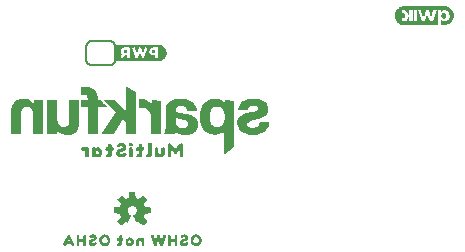
<source format=gbo>
G04 EAGLE Gerber RS-274X export*
G75*
%MOMM*%
%FSLAX34Y34*%
%LPD*%
%INSilkscreen Bottom*%
%IPPOS*%
%AMOC8*
5,1,8,0,0,1.08239X$1,22.5*%
G01*
%ADD10C,0.203200*%

G36*
X402359Y263791D02*
X402359Y263791D01*
X402421Y263793D01*
X402443Y263806D01*
X402469Y263810D01*
X402540Y263858D01*
X402573Y263876D01*
X402579Y263884D01*
X402589Y263891D01*
X403474Y264776D01*
X404458Y265563D01*
X404464Y265571D01*
X404474Y265577D01*
X405474Y266477D01*
X405480Y266485D01*
X405489Y266491D01*
X406374Y267376D01*
X407358Y268163D01*
X407364Y268171D01*
X407374Y268177D01*
X408366Y269070D01*
X409358Y269863D01*
X409369Y269878D01*
X409389Y269891D01*
X410289Y270791D01*
X410329Y270856D01*
X410373Y270918D01*
X410375Y270930D01*
X410380Y270938D01*
X410384Y270975D01*
X410400Y271060D01*
X410400Y307960D01*
X410398Y307969D01*
X410400Y307979D01*
X410378Y308053D01*
X410361Y308129D01*
X410355Y308136D01*
X410352Y308145D01*
X410300Y308203D01*
X410251Y308262D01*
X410242Y308266D01*
X410235Y308273D01*
X410103Y308331D01*
X408303Y308731D01*
X408284Y308731D01*
X408262Y308738D01*
X407378Y308836D01*
X406395Y309033D01*
X406380Y309032D01*
X406362Y309038D01*
X405482Y309136D01*
X403703Y309531D01*
X403683Y309531D01*
X403658Y309538D01*
X402658Y309638D01*
X402589Y309629D01*
X402519Y309627D01*
X402504Y309618D01*
X402486Y309616D01*
X402428Y309577D01*
X402367Y309544D01*
X402357Y309529D01*
X402342Y309520D01*
X402307Y309459D01*
X402267Y309402D01*
X402264Y309383D01*
X402256Y309369D01*
X402253Y309330D01*
X402240Y309260D01*
X402240Y306829D01*
X402128Y306984D01*
X402117Y306993D01*
X402113Y307001D01*
X402110Y307003D01*
X402104Y307013D01*
X401777Y307381D01*
X401439Y307761D01*
X401304Y307913D01*
X401275Y307933D01*
X401238Y307972D01*
X399238Y309372D01*
X399203Y309386D01*
X399150Y309417D01*
X398050Y309817D01*
X398033Y309819D01*
X398012Y309829D01*
X396812Y310129D01*
X396798Y310129D01*
X396783Y310135D01*
X395583Y310335D01*
X395567Y310334D01*
X395549Y310339D01*
X394249Y310439D01*
X394221Y310435D01*
X394183Y310438D01*
X391083Y310138D01*
X391051Y310127D01*
X391000Y310121D01*
X388300Y309221D01*
X388267Y309200D01*
X388206Y309174D01*
X386006Y307674D01*
X385983Y307650D01*
X385944Y307622D01*
X384144Y305722D01*
X384126Y305690D01*
X384089Y305647D01*
X382789Y303347D01*
X382783Y303326D01*
X382767Y303301D01*
X381767Y300801D01*
X381763Y300774D01*
X381748Y300740D01*
X381148Y297940D01*
X381149Y297916D01*
X381141Y297885D01*
X380941Y294885D01*
X380944Y294863D01*
X380941Y294833D01*
X381141Y292033D01*
X381148Y292010D01*
X381149Y291978D01*
X381749Y289278D01*
X381761Y289252D01*
X381769Y289214D01*
X382769Y286814D01*
X382782Y286795D01*
X382793Y286767D01*
X384093Y284567D01*
X384117Y284542D01*
X384144Y284499D01*
X385944Y282599D01*
X385973Y282580D01*
X386009Y282544D01*
X388109Y281144D01*
X388143Y281131D01*
X388191Y281102D01*
X390691Y280202D01*
X390727Y280198D01*
X390781Y280182D01*
X393681Y279882D01*
X393710Y279885D01*
X393749Y279881D01*
X395049Y279981D01*
X395062Y279985D01*
X395078Y279984D01*
X396378Y280184D01*
X396396Y280191D01*
X396420Y280193D01*
X397520Y280493D01*
X397539Y280503D01*
X397566Y280509D01*
X398766Y281009D01*
X398786Y281023D01*
X398816Y281034D01*
X399816Y281634D01*
X399824Y281642D01*
X399838Y281649D01*
X400838Y282349D01*
X400862Y282375D01*
X400904Y282407D01*
X401704Y283307D01*
X401708Y283315D01*
X401717Y283322D01*
X401940Y283601D01*
X401940Y264160D01*
X401946Y264135D01*
X401943Y264109D01*
X401965Y264052D01*
X401979Y263991D01*
X401996Y263971D01*
X402005Y263947D01*
X402050Y263905D01*
X402089Y263858D01*
X402113Y263847D01*
X402132Y263830D01*
X402191Y263812D01*
X402248Y263787D01*
X402273Y263788D01*
X402298Y263780D01*
X402359Y263791D01*
G37*
G36*
X582568Y372678D02*
X582568Y372678D01*
X582591Y372681D01*
X582598Y372696D01*
X582606Y372702D01*
X582605Y372712D01*
X582612Y372728D01*
X582612Y385368D01*
X585557Y385368D01*
X585561Y385315D01*
X585561Y384260D01*
X585567Y384251D01*
X585565Y384240D01*
X585584Y384224D01*
X585598Y384203D01*
X585609Y384205D01*
X585618Y384198D01*
X585661Y384212D01*
X585665Y384213D01*
X585666Y384214D01*
X585667Y384214D01*
X585982Y384509D01*
X586383Y384842D01*
X586825Y385111D01*
X587307Y385301D01*
X587813Y385416D01*
X588330Y385465D01*
X589371Y385385D01*
X589868Y385234D01*
X590352Y385046D01*
X590806Y384793D01*
X591209Y384468D01*
X591581Y384107D01*
X591887Y383687D01*
X592141Y383232D01*
X592357Y382759D01*
X592490Y382254D01*
X592605Y381745D01*
X592670Y380701D01*
X592571Y379659D01*
X592446Y379152D01*
X592286Y378657D01*
X592071Y378182D01*
X591794Y377742D01*
X591486Y377323D01*
X591099Y376977D01*
X590682Y376669D01*
X590229Y376415D01*
X589738Y376245D01*
X589236Y376108D01*
X588717Y376059D01*
X588196Y376038D01*
X587680Y376095D01*
X587178Y376221D01*
X586706Y376434D01*
X586273Y376718D01*
X585892Y377072D01*
X585670Y377311D01*
X585657Y377314D01*
X585650Y377325D01*
X585627Y377322D01*
X585604Y377327D01*
X585596Y377317D01*
X585583Y377315D01*
X585568Y377282D01*
X585562Y377274D01*
X585563Y377271D01*
X585561Y377268D01*
X585561Y372885D01*
X585560Y372736D01*
X585572Y372717D01*
X585575Y372694D01*
X585590Y372687D01*
X585596Y372679D01*
X585606Y372680D01*
X585622Y372673D01*
X588119Y372673D01*
X588121Y372674D01*
X588125Y372673D01*
X589703Y372831D01*
X589708Y372834D01*
X589715Y372833D01*
X591233Y373290D01*
X591237Y373295D01*
X591244Y373295D01*
X592644Y374039D01*
X592647Y374043D01*
X592654Y374045D01*
X593884Y375046D01*
X593886Y375052D01*
X593893Y375055D01*
X594904Y376277D01*
X594905Y376282D01*
X594911Y376287D01*
X595662Y377683D01*
X595662Y377689D01*
X595667Y377695D01*
X596133Y379211D01*
X596131Y379216D01*
X596135Y379223D01*
X596295Y380801D01*
X596292Y380806D01*
X596295Y380814D01*
X596142Y382392D01*
X596139Y382396D01*
X596140Y382403D01*
X596001Y382911D01*
X596000Y382912D01*
X596000Y382913D01*
X595687Y383923D01*
X595683Y383926D01*
X595683Y383933D01*
X595448Y384405D01*
X595447Y384405D01*
X595447Y384407D01*
X594942Y385336D01*
X594937Y385339D01*
X594936Y385346D01*
X593938Y386577D01*
X593933Y386579D01*
X593929Y386586D01*
X592712Y387602D01*
X592706Y387602D01*
X592701Y387609D01*
X591308Y388366D01*
X591302Y388365D01*
X591296Y388371D01*
X589781Y388841D01*
X589776Y388839D01*
X589769Y388843D01*
X588190Y389002D01*
X588188Y389001D01*
X588185Y389003D01*
X587656Y389008D01*
X554340Y389008D01*
X554338Y389006D01*
X554334Y389008D01*
X554093Y388983D01*
X553041Y388877D01*
X553039Y388876D01*
X553036Y388877D01*
X552518Y388787D01*
X552515Y388784D01*
X552510Y388785D01*
X551500Y388471D01*
X551498Y388470D01*
X551496Y388470D01*
X551004Y388281D01*
X551002Y388278D01*
X550997Y388277D01*
X550068Y387773D01*
X550066Y387771D01*
X550064Y387770D01*
X549620Y387486D01*
X549619Y387483D01*
X549614Y387482D01*
X548799Y386809D01*
X548798Y386806D01*
X548795Y386805D01*
X548418Y386437D01*
X548417Y386434D01*
X548413Y386432D01*
X547740Y385617D01*
X547740Y385614D01*
X547737Y385612D01*
X547442Y385176D01*
X547442Y385173D01*
X547439Y385170D01*
X546934Y384241D01*
X546935Y384239D01*
X546933Y384238D01*
X546933Y384236D01*
X546932Y384235D01*
X546730Y383749D01*
X546731Y383746D01*
X546729Y383743D01*
X546415Y382733D01*
X546416Y382730D01*
X546413Y382727D01*
X546311Y382211D01*
X546312Y382208D01*
X546310Y382205D01*
X546204Y381153D01*
X546205Y381150D01*
X546204Y381147D01*
X546195Y380621D01*
X546197Y380618D01*
X546195Y380614D01*
X546301Y379562D01*
X546302Y379560D01*
X546302Y379558D01*
X546387Y379038D01*
X546390Y379035D01*
X546389Y379030D01*
X546703Y378020D01*
X546704Y378018D01*
X546704Y378016D01*
X546890Y377523D01*
X546893Y377521D01*
X546893Y377515D01*
X547398Y376586D01*
X547400Y376585D01*
X547400Y376582D01*
X547681Y376137D01*
X547684Y376135D01*
X547686Y376130D01*
X548359Y375315D01*
X548361Y375314D01*
X548362Y375311D01*
X548727Y374932D01*
X548730Y374931D01*
X548732Y374927D01*
X549548Y374254D01*
X549551Y374253D01*
X549552Y374250D01*
X549986Y373952D01*
X549989Y373952D01*
X549992Y373949D01*
X550921Y373444D01*
X550924Y373445D01*
X550927Y373442D01*
X551412Y373237D01*
X551415Y373237D01*
X551417Y373235D01*
X552428Y372921D01*
X552430Y372922D01*
X552433Y372920D01*
X552949Y372813D01*
X552952Y372814D01*
X552955Y372812D01*
X554007Y372706D01*
X554008Y372706D01*
X554010Y372706D01*
X554537Y372673D01*
X554539Y372674D01*
X554541Y372673D01*
X582038Y372673D01*
X582549Y372666D01*
X582568Y372678D01*
G37*
G36*
X370436Y279784D02*
X370436Y279784D01*
X370458Y279782D01*
X371458Y279882D01*
X371477Y279888D01*
X371503Y279889D01*
X373303Y280289D01*
X373318Y280296D01*
X373340Y280299D01*
X374240Y280599D01*
X374260Y280612D01*
X374290Y280620D01*
X374970Y280960D01*
X375090Y281020D01*
X375097Y281026D01*
X375109Y281030D01*
X375809Y281430D01*
X375821Y281442D01*
X375841Y281451D01*
X376541Y281951D01*
X376550Y281960D01*
X376563Y281968D01*
X377163Y282468D01*
X377180Y282490D01*
X377209Y282513D01*
X377809Y283213D01*
X377823Y283239D01*
X377850Y283271D01*
X378650Y284671D01*
X378659Y284701D01*
X378681Y284740D01*
X379281Y286540D01*
X379284Y286573D01*
X379298Y286618D01*
X379398Y287518D01*
X379398Y287522D01*
X379399Y287526D01*
X379499Y288626D01*
X379494Y288660D01*
X379497Y288711D01*
X379197Y290911D01*
X379186Y290939D01*
X379181Y290980D01*
X378581Y292780D01*
X378561Y292812D01*
X378540Y292866D01*
X377640Y294266D01*
X377612Y294293D01*
X377563Y294352D01*
X376363Y295352D01*
X376341Y295364D01*
X376316Y295386D01*
X374816Y296286D01*
X374788Y296295D01*
X374754Y296316D01*
X373154Y296916D01*
X373132Y296919D01*
X373107Y296930D01*
X371407Y297330D01*
X371396Y297330D01*
X371383Y297335D01*
X369583Y297635D01*
X369573Y297634D01*
X369562Y297638D01*
X367763Y297838D01*
X366066Y298037D01*
X364598Y298233D01*
X363233Y298623D01*
X362074Y299010D01*
X361276Y299453D01*
X360789Y300102D01*
X360700Y301077D01*
X360700Y301529D01*
X360793Y302082D01*
X360883Y302443D01*
X361058Y302882D01*
X361416Y303418D01*
X361645Y303648D01*
X361900Y303775D01*
X361990Y303820D01*
X362006Y303833D01*
X362031Y303844D01*
X362311Y304031D01*
X362561Y304155D01*
X362653Y304201D01*
X363003Y304289D01*
X363458Y304380D01*
X363820Y304380D01*
X363850Y304387D01*
X363895Y304387D01*
X364358Y304480D01*
X365882Y304480D01*
X366837Y304289D01*
X367228Y304191D01*
X367236Y304191D01*
X367245Y304187D01*
X367696Y304097D01*
X368429Y303731D01*
X368678Y303565D01*
X369225Y303018D01*
X369391Y302769D01*
X369573Y302404D01*
X369767Y301919D01*
X369775Y301907D01*
X369780Y301890D01*
X369957Y301536D01*
X370040Y301122D01*
X370040Y300560D01*
X370051Y300510D01*
X370053Y300459D01*
X370071Y300427D01*
X370079Y300391D01*
X370112Y300352D01*
X370136Y300307D01*
X370166Y300286D01*
X370189Y300258D01*
X370236Y300237D01*
X370278Y300207D01*
X370320Y300199D01*
X370348Y300187D01*
X370378Y300188D01*
X370420Y300180D01*
X378220Y300180D01*
X378297Y300198D01*
X378375Y300213D01*
X378381Y300217D01*
X378389Y300219D01*
X378450Y300270D01*
X378513Y300318D01*
X378517Y300325D01*
X378522Y300329D01*
X378555Y300402D01*
X378590Y300473D01*
X378590Y300481D01*
X378593Y300488D01*
X378592Y300521D01*
X378596Y300618D01*
X378396Y301918D01*
X378395Y301920D01*
X378395Y301923D01*
X378195Y303123D01*
X378184Y303150D01*
X378177Y303190D01*
X377777Y304290D01*
X377758Y304320D01*
X377736Y304371D01*
X376536Y306171D01*
X376520Y306186D01*
X376506Y306210D01*
X375806Y307010D01*
X375788Y307023D01*
X375787Y307025D01*
X375784Y307030D01*
X375781Y307032D01*
X375770Y307046D01*
X374970Y307746D01*
X374941Y307762D01*
X374905Y307792D01*
X374010Y308289D01*
X373016Y308886D01*
X372991Y308894D01*
X372961Y308913D01*
X371961Y309313D01*
X371942Y309316D01*
X371920Y309327D01*
X369720Y309927D01*
X369705Y309927D01*
X369688Y309934D01*
X368588Y310134D01*
X368585Y310134D01*
X368583Y310135D01*
X367383Y310335D01*
X367356Y310333D01*
X367320Y310340D01*
X362820Y310340D01*
X362805Y310337D01*
X362786Y310339D01*
X361686Y310239D01*
X361671Y310234D01*
X361652Y310234D01*
X359452Y309834D01*
X359449Y309833D01*
X359445Y309833D01*
X358445Y309633D01*
X358431Y309626D01*
X358411Y309624D01*
X357411Y309324D01*
X357392Y309314D01*
X357366Y309307D01*
X356466Y308907D01*
X356454Y308898D01*
X356435Y308892D01*
X355535Y308392D01*
X355519Y308377D01*
X355492Y308364D01*
X354692Y307764D01*
X354685Y307756D01*
X354673Y307749D01*
X353973Y307149D01*
X353952Y307121D01*
X353916Y307088D01*
X353316Y306288D01*
X353304Y306262D01*
X353280Y306230D01*
X352880Y305430D01*
X352877Y305416D01*
X352867Y305401D01*
X352467Y304401D01*
X352462Y304370D01*
X352446Y304328D01*
X352246Y303228D01*
X352247Y303212D01*
X352241Y303192D01*
X352141Y301992D01*
X352143Y301977D01*
X352140Y301960D01*
X352140Y285398D01*
X352047Y284935D01*
X352048Y284903D01*
X352040Y284860D01*
X352040Y284498D01*
X351947Y284035D01*
X351948Y284003D01*
X351940Y283960D01*
X351940Y283607D01*
X351751Y282852D01*
X351751Y282816D01*
X351740Y282760D01*
X351740Y282507D01*
X351655Y282166D01*
X351475Y281629D01*
X351304Y281371D01*
X351296Y281351D01*
X351280Y281330D01*
X351180Y281130D01*
X351168Y281080D01*
X351147Y281032D01*
X351148Y280997D01*
X351140Y280962D01*
X351151Y280911D01*
X351153Y280859D01*
X351171Y280828D01*
X351179Y280793D01*
X351211Y280753D01*
X351236Y280707D01*
X351265Y280686D01*
X351288Y280659D01*
X351335Y280637D01*
X351378Y280607D01*
X351419Y280599D01*
X351446Y280587D01*
X351477Y280588D01*
X351520Y280580D01*
X359420Y280580D01*
X359470Y280591D01*
X359521Y280593D01*
X359553Y280611D01*
X359589Y280619D01*
X359628Y280652D01*
X359673Y280676D01*
X359694Y280706D01*
X359722Y280729D01*
X359743Y280776D01*
X359773Y280818D01*
X359781Y280860D01*
X359793Y280888D01*
X359792Y280918D01*
X359800Y280960D01*
X359800Y281009D01*
X359809Y281023D01*
X359860Y281090D01*
X359960Y281290D01*
X359964Y281305D01*
X359973Y281318D01*
X359999Y281452D01*
X360000Y281459D01*
X360000Y281460D01*
X360000Y281509D01*
X360029Y281556D01*
X360073Y281618D01*
X360075Y281630D01*
X360080Y281638D01*
X360084Y281675D01*
X360100Y281760D01*
X360100Y281870D01*
X360160Y281990D01*
X360164Y282005D01*
X360173Y282018D01*
X360199Y282152D01*
X360200Y282159D01*
X360200Y282160D01*
X360200Y282370D01*
X360260Y282490D01*
X360264Y282505D01*
X360273Y282518D01*
X360299Y282652D01*
X360300Y282659D01*
X360300Y282660D01*
X360300Y282869D01*
X361182Y282163D01*
X361196Y282157D01*
X361209Y282144D01*
X361809Y281744D01*
X361817Y281741D01*
X361824Y281734D01*
X362324Y281434D01*
X362337Y281430D01*
X362350Y281420D01*
X362950Y281120D01*
X362973Y281114D01*
X363000Y281099D01*
X363574Y280908D01*
X364150Y280620D01*
X364173Y280614D01*
X364200Y280599D01*
X364800Y280399D01*
X364825Y280397D01*
X364858Y280385D01*
X365436Y280289D01*
X366116Y280094D01*
X366135Y280093D01*
X366158Y280085D01*
X366758Y279985D01*
X366784Y279987D01*
X366820Y279980D01*
X367489Y279980D01*
X368058Y279885D01*
X368062Y279885D01*
X368066Y279884D01*
X368766Y279784D01*
X368790Y279786D01*
X368820Y279780D01*
X370420Y279780D01*
X370436Y279784D01*
G37*
G36*
X308453Y280688D02*
X308453Y280688D01*
X308488Y280686D01*
X308537Y280707D01*
X308589Y280719D01*
X308615Y280741D01*
X308647Y280755D01*
X308692Y280805D01*
X308722Y280829D01*
X308730Y280845D01*
X308744Y280862D01*
X316197Y293057D01*
X318740Y290599D01*
X318740Y281060D01*
X318751Y281010D01*
X318753Y280959D01*
X318771Y280927D01*
X318779Y280891D01*
X318812Y280852D01*
X318836Y280807D01*
X318866Y280786D01*
X318889Y280758D01*
X318936Y280737D01*
X318978Y280707D01*
X319020Y280699D01*
X319048Y280687D01*
X319078Y280688D01*
X319120Y280680D01*
X326920Y280680D01*
X326970Y280691D01*
X327021Y280693D01*
X327053Y280711D01*
X327089Y280719D01*
X327128Y280752D01*
X327173Y280776D01*
X327194Y280806D01*
X327222Y280829D01*
X327243Y280876D01*
X327273Y280918D01*
X327281Y280960D01*
X327293Y280988D01*
X327292Y281018D01*
X327300Y281060D01*
X327300Y315760D01*
X327291Y315802D01*
X327291Y315844D01*
X327271Y315885D01*
X327261Y315929D01*
X327234Y315962D01*
X327215Y316000D01*
X327173Y316035D01*
X327151Y316062D01*
X327128Y316072D01*
X327104Y316093D01*
X319304Y320393D01*
X319247Y320409D01*
X319192Y320433D01*
X319164Y320432D01*
X319137Y320440D01*
X319079Y320429D01*
X319019Y320427D01*
X318994Y320413D01*
X318967Y320408D01*
X318919Y320372D01*
X318867Y320344D01*
X318851Y320321D01*
X318828Y320304D01*
X318801Y320251D01*
X318767Y320202D01*
X318761Y320171D01*
X318750Y320149D01*
X318750Y320113D01*
X318740Y320060D01*
X318740Y300098D01*
X309593Y309525D01*
X309527Y309567D01*
X309462Y309613D01*
X309453Y309614D01*
X309447Y309618D01*
X309413Y309622D01*
X309320Y309640D01*
X300120Y309640D01*
X300092Y309634D01*
X300064Y309636D01*
X300009Y309614D01*
X299951Y309601D01*
X299929Y309583D01*
X299903Y309572D01*
X299863Y309528D01*
X299818Y309491D01*
X299806Y309465D01*
X299787Y309443D01*
X299771Y309386D01*
X299747Y309332D01*
X299748Y309304D01*
X299740Y309277D01*
X299751Y309219D01*
X299753Y309159D01*
X299767Y309134D01*
X299772Y309106D01*
X299818Y309041D01*
X299836Y309007D01*
X299846Y309000D01*
X299855Y308987D01*
X310329Y298807D01*
X298703Y281270D01*
X298677Y281200D01*
X298647Y281132D01*
X298647Y281120D01*
X298643Y281108D01*
X298650Y281034D01*
X298653Y280959D01*
X298659Y280948D01*
X298661Y280935D01*
X298701Y280872D01*
X298736Y280807D01*
X298746Y280800D01*
X298753Y280789D01*
X298817Y280750D01*
X298878Y280707D01*
X298892Y280705D01*
X298901Y280699D01*
X298939Y280695D01*
X299020Y280680D01*
X308420Y280680D01*
X308453Y280688D01*
G37*
G36*
X346264Y342404D02*
X346264Y342404D01*
X346267Y342401D01*
X346967Y342501D01*
X346968Y342502D01*
X346968Y342501D01*
X347568Y342601D01*
X348267Y342701D01*
X348272Y342706D01*
X348276Y342703D01*
X348876Y342903D01*
X348879Y342908D01*
X348882Y342906D01*
X349482Y343206D01*
X349484Y343210D01*
X349487Y343209D01*
X350687Y344009D01*
X350690Y344016D01*
X350695Y344015D01*
X351595Y344915D01*
X351596Y344922D01*
X351601Y344923D01*
X352001Y345523D01*
X352001Y345527D01*
X352004Y345528D01*
X352604Y346728D01*
X352603Y346733D01*
X352607Y346734D01*
X352807Y347334D01*
X352806Y347336D01*
X352807Y347336D01*
X352843Y347460D01*
X352857Y347509D01*
X352899Y347657D01*
X352941Y347805D01*
X352955Y347854D01*
X352997Y348002D01*
X352998Y348002D01*
X352997Y348002D01*
X353007Y348036D01*
X353006Y348041D01*
X353009Y348043D01*
X353109Y348743D01*
X353106Y348748D01*
X353109Y348750D01*
X353109Y350050D01*
X353103Y350058D01*
X353107Y350064D01*
X352908Y350761D01*
X352809Y351358D01*
X352802Y351364D01*
X352805Y351369D01*
X352505Y352069D01*
X352503Y352071D01*
X352504Y352072D01*
X352204Y352672D01*
X352197Y352675D01*
X352198Y352681D01*
X351800Y353179D01*
X351401Y353777D01*
X351394Y353780D01*
X351395Y353785D01*
X350895Y354285D01*
X350891Y354285D01*
X350891Y354288D01*
X349891Y355088D01*
X349883Y355089D01*
X349882Y355094D01*
X348682Y355694D01*
X348675Y355693D01*
X348674Y355697D01*
X347974Y355897D01*
X347969Y355896D01*
X347967Y355899D01*
X347268Y355999D01*
X346668Y356099D01*
X346663Y356096D01*
X346660Y356099D01*
X309760Y356099D01*
X309751Y356092D01*
X309742Y356086D01*
X309730Y356089D01*
X309330Y355789D01*
X309325Y355770D01*
X309313Y355761D01*
X309317Y355755D01*
X309311Y355750D01*
X309311Y342850D01*
X309324Y342832D01*
X309321Y342820D01*
X309621Y342420D01*
X309652Y342412D01*
X309660Y342401D01*
X346260Y342401D01*
X346264Y342404D01*
G37*
G36*
X229470Y280691D02*
X229470Y280691D01*
X229521Y280693D01*
X229553Y280711D01*
X229589Y280719D01*
X229628Y280752D01*
X229673Y280776D01*
X229694Y280806D01*
X229722Y280829D01*
X229743Y280876D01*
X229773Y280918D01*
X229781Y280960D01*
X229793Y280988D01*
X229792Y281018D01*
X229800Y281060D01*
X229800Y296949D01*
X229899Y298622D01*
X230094Y299987D01*
X230377Y301119D01*
X230833Y301940D01*
X231463Y302660D01*
X232284Y303116D01*
X233207Y303485D01*
X234422Y303579D01*
X235846Y303484D01*
X236968Y303110D01*
X237990Y302552D01*
X238712Y301830D01*
X239272Y300804D01*
X239747Y299473D01*
X239941Y297828D01*
X240040Y295850D01*
X240040Y281060D01*
X240051Y281010D01*
X240053Y280959D01*
X240071Y280927D01*
X240079Y280891D01*
X240112Y280852D01*
X240136Y280807D01*
X240166Y280786D01*
X240189Y280758D01*
X240236Y280737D01*
X240278Y280707D01*
X240320Y280699D01*
X240348Y280687D01*
X240378Y280688D01*
X240420Y280680D01*
X248220Y280680D01*
X248270Y280691D01*
X248321Y280693D01*
X248353Y280711D01*
X248389Y280719D01*
X248428Y280752D01*
X248473Y280776D01*
X248494Y280806D01*
X248522Y280829D01*
X248543Y280876D01*
X248573Y280918D01*
X248581Y280960D01*
X248593Y280988D01*
X248592Y281018D01*
X248600Y281060D01*
X248600Y305760D01*
X248599Y305765D01*
X248600Y305771D01*
X248500Y309271D01*
X248488Y309315D01*
X248487Y309361D01*
X248467Y309398D01*
X248456Y309438D01*
X248426Y309473D01*
X248404Y309513D01*
X248370Y309537D01*
X248342Y309569D01*
X248300Y309586D01*
X248262Y309613D01*
X248213Y309622D01*
X248182Y309635D01*
X248155Y309633D01*
X248120Y309640D01*
X240720Y309640D01*
X240670Y309629D01*
X240619Y309627D01*
X240587Y309609D01*
X240551Y309601D01*
X240512Y309568D01*
X240467Y309544D01*
X240446Y309514D01*
X240418Y309491D01*
X240397Y309444D01*
X240367Y309402D01*
X240359Y309360D01*
X240347Y309332D01*
X240348Y309302D01*
X240340Y309260D01*
X240340Y306392D01*
X240128Y306684D01*
X240114Y306695D01*
X240103Y306714D01*
X239203Y307714D01*
X239181Y307730D01*
X239158Y307757D01*
X238158Y308557D01*
X238141Y308565D01*
X238124Y308581D01*
X237024Y309281D01*
X236998Y309290D01*
X236966Y309311D01*
X235766Y309811D01*
X235742Y309815D01*
X235712Y309829D01*
X234512Y310129D01*
X234498Y310129D01*
X234483Y310135D01*
X233283Y310335D01*
X233269Y310334D01*
X233252Y310339D01*
X232052Y310439D01*
X232026Y310435D01*
X231993Y310439D01*
X229193Y310239D01*
X229165Y310231D01*
X229124Y310228D01*
X226824Y309628D01*
X226791Y309611D01*
X226735Y309592D01*
X224935Y308592D01*
X224907Y308566D01*
X224851Y308529D01*
X223451Y307129D01*
X223431Y307097D01*
X223392Y307053D01*
X222392Y305353D01*
X222382Y305318D01*
X222356Y305269D01*
X221756Y303269D01*
X221754Y303244D01*
X221743Y303211D01*
X221443Y301011D01*
X221445Y300995D01*
X221440Y300975D01*
X221340Y298475D01*
X221341Y298468D01*
X221340Y298460D01*
X221340Y281060D01*
X221351Y281010D01*
X221353Y280959D01*
X221371Y280927D01*
X221379Y280891D01*
X221412Y280852D01*
X221436Y280807D01*
X221466Y280786D01*
X221489Y280758D01*
X221536Y280737D01*
X221578Y280707D01*
X221620Y280699D01*
X221648Y280687D01*
X221678Y280688D01*
X221720Y280680D01*
X229420Y280680D01*
X229470Y280691D01*
G37*
G36*
X271347Y280081D02*
X271347Y280081D01*
X271375Y280089D01*
X271416Y280092D01*
X273716Y280692D01*
X273749Y280709D01*
X273805Y280728D01*
X275605Y281728D01*
X275633Y281754D01*
X275689Y281791D01*
X277089Y283191D01*
X277109Y283223D01*
X277148Y283267D01*
X278148Y284967D01*
X278159Y285002D01*
X278184Y285051D01*
X278784Y287051D01*
X278786Y287076D01*
X278797Y287109D01*
X279097Y289309D01*
X279095Y289325D01*
X279100Y289345D01*
X279200Y291845D01*
X279199Y291852D01*
X279200Y291860D01*
X279200Y309260D01*
X279189Y309310D01*
X279187Y309361D01*
X279169Y309393D01*
X279161Y309429D01*
X279128Y309468D01*
X279104Y309513D01*
X279074Y309534D01*
X279051Y309562D01*
X279004Y309583D01*
X278962Y309613D01*
X278920Y309621D01*
X278892Y309633D01*
X278862Y309632D01*
X278820Y309640D01*
X271120Y309640D01*
X271070Y309629D01*
X271019Y309627D01*
X270987Y309609D01*
X270951Y309601D01*
X270912Y309568D01*
X270867Y309544D01*
X270846Y309514D01*
X270818Y309491D01*
X270797Y309444D01*
X270767Y309402D01*
X270759Y309360D01*
X270747Y309332D01*
X270748Y309302D01*
X270740Y309260D01*
X270740Y293371D01*
X270641Y291698D01*
X270446Y290333D01*
X270161Y289193D01*
X269708Y288285D01*
X269078Y287656D01*
X268256Y287108D01*
X267350Y286836D01*
X266118Y286741D01*
X264694Y286836D01*
X263572Y287210D01*
X262550Y287768D01*
X261828Y288490D01*
X261268Y289516D01*
X260793Y290847D01*
X260599Y292492D01*
X260500Y294470D01*
X260500Y309260D01*
X260489Y309310D01*
X260487Y309361D01*
X260469Y309393D01*
X260461Y309429D01*
X260428Y309468D01*
X260404Y309513D01*
X260374Y309534D01*
X260351Y309562D01*
X260304Y309583D01*
X260262Y309613D01*
X260220Y309621D01*
X260192Y309633D01*
X260162Y309632D01*
X260120Y309640D01*
X252320Y309640D01*
X252270Y309629D01*
X252219Y309627D01*
X252187Y309609D01*
X252151Y309601D01*
X252112Y309568D01*
X252067Y309544D01*
X252046Y309514D01*
X252018Y309491D01*
X251997Y309444D01*
X251967Y309402D01*
X251959Y309360D01*
X251947Y309332D01*
X251948Y309302D01*
X251940Y309260D01*
X251940Y284560D01*
X251941Y284555D01*
X251940Y284549D01*
X252040Y281049D01*
X252052Y281005D01*
X252053Y280959D01*
X252073Y280922D01*
X252084Y280882D01*
X252114Y280847D01*
X252136Y280807D01*
X252170Y280783D01*
X252198Y280751D01*
X252240Y280734D01*
X252278Y280707D01*
X252327Y280698D01*
X252358Y280685D01*
X252385Y280687D01*
X252420Y280680D01*
X259820Y280680D01*
X259870Y280691D01*
X259921Y280693D01*
X259953Y280711D01*
X259989Y280719D01*
X260028Y280752D01*
X260073Y280776D01*
X260094Y280806D01*
X260122Y280829D01*
X260143Y280876D01*
X260173Y280918D01*
X260181Y280960D01*
X260193Y280988D01*
X260192Y281018D01*
X260200Y281060D01*
X260200Y283928D01*
X260412Y283636D01*
X260426Y283625D01*
X260437Y283606D01*
X261337Y282606D01*
X261359Y282590D01*
X261382Y282563D01*
X262382Y281763D01*
X262399Y281755D01*
X262416Y281739D01*
X263516Y281039D01*
X263542Y281030D01*
X263574Y281009D01*
X264774Y280509D01*
X264798Y280505D01*
X264828Y280491D01*
X266028Y280191D01*
X266042Y280191D01*
X266058Y280185D01*
X267258Y279985D01*
X267272Y279986D01*
X267288Y279981D01*
X268488Y279881D01*
X268514Y279885D01*
X268547Y279881D01*
X271347Y280081D01*
G37*
G36*
X428635Y280080D02*
X428635Y280080D01*
X428656Y280086D01*
X428685Y280085D01*
X430985Y280485D01*
X431000Y280492D01*
X431020Y280493D01*
X433220Y281093D01*
X433248Y281108D01*
X433290Y281120D01*
X433370Y281160D01*
X434131Y281540D01*
X434891Y281920D01*
X434891Y281921D01*
X435290Y282120D01*
X435317Y282142D01*
X435362Y282166D01*
X437062Y283566D01*
X437083Y283594D01*
X437122Y283629D01*
X438422Y285329D01*
X438437Y285363D01*
X438470Y285410D01*
X439370Y287510D01*
X439376Y287546D01*
X439395Y287600D01*
X439795Y290100D01*
X439790Y290180D01*
X439787Y290261D01*
X439784Y290266D01*
X439783Y290273D01*
X439742Y290342D01*
X439704Y290413D01*
X439699Y290417D01*
X439695Y290422D01*
X439628Y290467D01*
X439562Y290513D01*
X439555Y290514D01*
X439551Y290517D01*
X439520Y290521D01*
X439420Y290540D01*
X432020Y290540D01*
X431987Y290533D01*
X431953Y290534D01*
X431904Y290513D01*
X431851Y290501D01*
X431825Y290479D01*
X431794Y290466D01*
X431759Y290425D01*
X431718Y290391D01*
X431704Y290360D01*
X431682Y290334D01*
X431663Y290268D01*
X431647Y290232D01*
X431647Y290215D01*
X431641Y290194D01*
X431546Y289150D01*
X431186Y288248D01*
X430632Y287510D01*
X429989Y286867D01*
X429171Y286412D01*
X428231Y286130D01*
X427169Y285937D01*
X426103Y285840D01*
X425262Y285840D01*
X424408Y286030D01*
X423653Y286219D01*
X422917Y286587D01*
X422281Y287041D01*
X421840Y287570D01*
X421490Y288269D01*
X421403Y289057D01*
X421485Y289717D01*
X421903Y290301D01*
X422543Y290851D01*
X423476Y291410D01*
X424732Y291797D01*
X424735Y291799D01*
X424740Y291799D01*
X426224Y292294D01*
X427901Y292688D01*
X429895Y293087D01*
X429900Y293090D01*
X429907Y293090D01*
X431607Y293490D01*
X431618Y293495D01*
X431633Y293497D01*
X433233Y293997D01*
X433245Y294004D01*
X433261Y294007D01*
X434761Y294607D01*
X434780Y294620D01*
X434809Y294630D01*
X436209Y295430D01*
X436229Y295448D01*
X436261Y295466D01*
X437361Y296366D01*
X437383Y296395D01*
X437424Y296432D01*
X438324Y297632D01*
X438340Y297668D01*
X438378Y297732D01*
X438878Y299132D01*
X438882Y299167D01*
X438898Y299216D01*
X439098Y300916D01*
X439094Y300947D01*
X439099Y300990D01*
X438899Y303490D01*
X438887Y303527D01*
X438873Y303601D01*
X438073Y305601D01*
X438051Y305632D01*
X438024Y305688D01*
X436824Y307288D01*
X436794Y307313D01*
X436748Y307364D01*
X435148Y308564D01*
X435119Y308577D01*
X435083Y308604D01*
X433183Y309504D01*
X433151Y309511D01*
X433108Y309530D01*
X431008Y310030D01*
X430991Y310030D01*
X430971Y310037D01*
X428771Y310337D01*
X428756Y310335D01*
X428737Y310340D01*
X426437Y310440D01*
X426422Y310437D01*
X426403Y310440D01*
X424203Y310340D01*
X424188Y310336D01*
X424169Y310337D01*
X421969Y310037D01*
X421945Y310028D01*
X421911Y310024D01*
X419911Y309424D01*
X419889Y309412D01*
X419857Y309404D01*
X417957Y308504D01*
X417930Y308482D01*
X417882Y308457D01*
X416382Y307257D01*
X416362Y307231D01*
X416325Y307200D01*
X415025Y305600D01*
X415009Y305567D01*
X414976Y305523D01*
X414076Y303623D01*
X414068Y303585D01*
X414045Y303523D01*
X413645Y301123D01*
X413650Y301041D01*
X413653Y300959D01*
X413656Y300955D01*
X413656Y300950D01*
X413697Y300879D01*
X413736Y300807D01*
X413740Y300804D01*
X413743Y300800D01*
X413811Y300754D01*
X413878Y300707D01*
X413883Y300706D01*
X413887Y300704D01*
X413915Y300700D01*
X414020Y300680D01*
X421320Y300680D01*
X421333Y300683D01*
X421347Y300681D01*
X421417Y300702D01*
X421489Y300719D01*
X421499Y300728D01*
X421512Y300732D01*
X421566Y300783D01*
X421622Y300829D01*
X421628Y300842D01*
X421638Y300851D01*
X421693Y300985D01*
X421885Y301944D01*
X422246Y302757D01*
X422690Y303290D01*
X423230Y303740D01*
X423700Y303975D01*
X423966Y304108D01*
X424802Y304387D01*
X425641Y304480D01*
X428093Y304480D01*
X428717Y304391D01*
X429360Y304115D01*
X429895Y303848D01*
X430308Y303435D01*
X430551Y302948D01*
X430635Y302278D01*
X430469Y301535D01*
X429965Y300947D01*
X429135Y300393D01*
X428085Y299916D01*
X426815Y299526D01*
X425336Y299131D01*
X423750Y298834D01*
X423741Y298830D01*
X423728Y298829D01*
X422131Y298430D01*
X420433Y298030D01*
X420422Y298025D01*
X420407Y298023D01*
X418807Y297523D01*
X418798Y297518D01*
X418787Y297516D01*
X417187Y296916D01*
X417156Y296896D01*
X417104Y296873D01*
X415804Y295973D01*
X415793Y295961D01*
X415777Y295952D01*
X414577Y294952D01*
X414553Y294921D01*
X414504Y294871D01*
X413704Y293671D01*
X413692Y293640D01*
X413667Y293601D01*
X413067Y292101D01*
X413061Y292063D01*
X413042Y292002D01*
X412842Y290202D01*
X412846Y290168D01*
X412842Y290116D01*
X413142Y287516D01*
X413150Y287495D01*
X413150Y287484D01*
X413156Y287474D01*
X413165Y287425D01*
X413965Y285325D01*
X413987Y285292D01*
X414018Y285229D01*
X415318Y283529D01*
X415347Y283505D01*
X415389Y283458D01*
X417089Y282158D01*
X417114Y282147D01*
X417143Y282124D01*
X419043Y281124D01*
X419076Y281115D01*
X419120Y281093D01*
X421320Y280493D01*
X421336Y280493D01*
X421355Y280485D01*
X423655Y280085D01*
X423677Y280087D01*
X423704Y280080D01*
X426104Y279980D01*
X426118Y279983D01*
X426135Y279980D01*
X428635Y280080D01*
G37*
G36*
X333170Y203346D02*
X333170Y203346D01*
X333278Y203356D01*
X333291Y203362D01*
X333305Y203364D01*
X333402Y203412D01*
X333501Y203457D01*
X333514Y203468D01*
X333523Y203472D01*
X333538Y203488D01*
X333615Y203550D01*
X336200Y206135D01*
X336263Y206224D01*
X336329Y206309D01*
X336334Y206322D01*
X336342Y206334D01*
X336373Y206437D01*
X336409Y206540D01*
X336409Y206554D01*
X336413Y206567D01*
X336409Y206675D01*
X336410Y206784D01*
X336405Y206797D01*
X336405Y206811D01*
X336367Y206913D01*
X336332Y207015D01*
X336323Y207030D01*
X336319Y207039D01*
X336305Y207056D01*
X336251Y207138D01*
X333487Y210528D01*
X334044Y211610D01*
X334050Y211630D01*
X334092Y211725D01*
X334463Y212884D01*
X338814Y213327D01*
X338918Y213355D01*
X339024Y213380D01*
X339036Y213387D01*
X339049Y213390D01*
X339139Y213451D01*
X339232Y213508D01*
X339240Y213519D01*
X339252Y213527D01*
X339318Y213613D01*
X339387Y213697D01*
X339391Y213710D01*
X339400Y213721D01*
X339434Y213824D01*
X339473Y213925D01*
X339474Y213943D01*
X339478Y213952D01*
X339478Y213974D01*
X339487Y214072D01*
X339487Y217728D01*
X339470Y217835D01*
X339456Y217943D01*
X339450Y217955D01*
X339448Y217969D01*
X339396Y218065D01*
X339349Y218162D01*
X339339Y218172D01*
X339333Y218184D01*
X339253Y218258D01*
X339177Y218335D01*
X339165Y218341D01*
X339155Y218351D01*
X339056Y218396D01*
X338959Y218444D01*
X338941Y218448D01*
X338932Y218452D01*
X338911Y218454D01*
X338814Y218473D01*
X334463Y218916D01*
X334092Y220075D01*
X334083Y220092D01*
X334081Y220100D01*
X334077Y220107D01*
X334044Y220190D01*
X333487Y221272D01*
X336251Y224662D01*
X336305Y224756D01*
X336362Y224848D01*
X336365Y224861D01*
X336372Y224873D01*
X336393Y224980D01*
X336418Y225085D01*
X336416Y225099D01*
X336419Y225113D01*
X336404Y225220D01*
X336394Y225328D01*
X336388Y225341D01*
X336386Y225355D01*
X336338Y225452D01*
X336293Y225551D01*
X336282Y225564D01*
X336278Y225573D01*
X336262Y225588D01*
X336200Y225665D01*
X333615Y228250D01*
X333526Y228313D01*
X333441Y228379D01*
X333428Y228384D01*
X333416Y228392D01*
X333313Y228423D01*
X333210Y228459D01*
X333196Y228459D01*
X333183Y228463D01*
X333075Y228459D01*
X332966Y228460D01*
X332953Y228455D01*
X332939Y228455D01*
X332837Y228417D01*
X332735Y228382D01*
X332720Y228373D01*
X332711Y228369D01*
X332694Y228355D01*
X332612Y228301D01*
X329222Y225537D01*
X328140Y226094D01*
X328120Y226100D01*
X328025Y226142D01*
X326866Y226513D01*
X326423Y230864D01*
X326395Y230968D01*
X326370Y231074D01*
X326363Y231086D01*
X326360Y231099D01*
X326299Y231189D01*
X326242Y231282D01*
X326231Y231290D01*
X326223Y231302D01*
X326137Y231368D01*
X326053Y231437D01*
X326040Y231441D01*
X326029Y231450D01*
X325926Y231484D01*
X325825Y231523D01*
X325807Y231524D01*
X325798Y231528D01*
X325776Y231528D01*
X325678Y231537D01*
X322022Y231537D01*
X321915Y231520D01*
X321807Y231506D01*
X321795Y231500D01*
X321781Y231498D01*
X321685Y231446D01*
X321588Y231399D01*
X321578Y231389D01*
X321566Y231383D01*
X321492Y231303D01*
X321415Y231227D01*
X321409Y231215D01*
X321399Y231205D01*
X321354Y231106D01*
X321306Y231009D01*
X321302Y230991D01*
X321298Y230982D01*
X321296Y230961D01*
X321277Y230864D01*
X320834Y226513D01*
X319675Y226142D01*
X319657Y226132D01*
X319560Y226094D01*
X318478Y225537D01*
X315088Y228301D01*
X314994Y228355D01*
X314902Y228412D01*
X314889Y228415D01*
X314877Y228422D01*
X314770Y228443D01*
X314665Y228468D01*
X314651Y228466D01*
X314637Y228469D01*
X314530Y228454D01*
X314422Y228444D01*
X314409Y228438D01*
X314396Y228436D01*
X314298Y228388D01*
X314199Y228343D01*
X314186Y228332D01*
X314177Y228328D01*
X314162Y228312D01*
X314085Y228250D01*
X311500Y225665D01*
X311437Y225576D01*
X311371Y225491D01*
X311366Y225478D01*
X311358Y225466D01*
X311327Y225363D01*
X311291Y225260D01*
X311291Y225246D01*
X311287Y225233D01*
X311291Y225125D01*
X311290Y225016D01*
X311295Y225003D01*
X311295Y224989D01*
X311333Y224887D01*
X311368Y224785D01*
X311377Y224770D01*
X311381Y224761D01*
X311395Y224744D01*
X311449Y224662D01*
X314213Y221272D01*
X313656Y220190D01*
X313650Y220170D01*
X313608Y220075D01*
X313237Y218916D01*
X308886Y218473D01*
X308782Y218445D01*
X308676Y218420D01*
X308664Y218413D01*
X308651Y218410D01*
X308561Y218349D01*
X308468Y218292D01*
X308460Y218281D01*
X308448Y218273D01*
X308382Y218187D01*
X308314Y218103D01*
X308309Y218090D01*
X308300Y218079D01*
X308266Y217976D01*
X308227Y217875D01*
X308226Y217857D01*
X308222Y217848D01*
X308223Y217826D01*
X308213Y217728D01*
X308213Y214072D01*
X308230Y213965D01*
X308244Y213857D01*
X308250Y213845D01*
X308252Y213831D01*
X308304Y213735D01*
X308351Y213638D01*
X308361Y213628D01*
X308367Y213616D01*
X308447Y213542D01*
X308523Y213465D01*
X308535Y213459D01*
X308546Y213449D01*
X308644Y213404D01*
X308741Y213356D01*
X308759Y213352D01*
X308768Y213348D01*
X308789Y213346D01*
X308886Y213327D01*
X313237Y212884D01*
X313608Y211725D01*
X313618Y211707D01*
X313656Y211610D01*
X314213Y210528D01*
X311449Y207138D01*
X311395Y207044D01*
X311338Y206952D01*
X311335Y206939D01*
X311328Y206927D01*
X311307Y206820D01*
X311282Y206715D01*
X311284Y206701D01*
X311281Y206687D01*
X311296Y206580D01*
X311306Y206472D01*
X311312Y206459D01*
X311314Y206446D01*
X311362Y206348D01*
X311407Y206249D01*
X311418Y206236D01*
X311422Y206227D01*
X311438Y206212D01*
X311500Y206135D01*
X314085Y203550D01*
X314174Y203487D01*
X314259Y203421D01*
X314272Y203416D01*
X314284Y203408D01*
X314387Y203377D01*
X314490Y203341D01*
X314504Y203341D01*
X314517Y203337D01*
X314625Y203341D01*
X314734Y203340D01*
X314747Y203345D01*
X314761Y203345D01*
X314863Y203383D01*
X314965Y203418D01*
X314980Y203427D01*
X314989Y203431D01*
X315006Y203445D01*
X315088Y203499D01*
X318478Y206263D01*
X319560Y205706D01*
X319613Y205689D01*
X319662Y205663D01*
X319728Y205652D01*
X319792Y205631D01*
X319848Y205632D01*
X319902Y205623D01*
X319969Y205634D01*
X320036Y205635D01*
X320088Y205653D01*
X320143Y205662D01*
X320203Y205694D01*
X320266Y205717D01*
X320309Y205751D01*
X320359Y205777D01*
X320405Y205826D01*
X320457Y205868D01*
X320488Y205915D01*
X320526Y205955D01*
X320582Y206060D01*
X320590Y206073D01*
X320591Y206078D01*
X320595Y206085D01*
X322748Y211282D01*
X322768Y211365D01*
X322773Y211378D01*
X322775Y211394D01*
X322800Y211479D01*
X322799Y211500D01*
X322804Y211520D01*
X322796Y211602D01*
X322798Y211621D01*
X322793Y211641D01*
X322789Y211722D01*
X322782Y211742D01*
X322780Y211763D01*
X322749Y211832D01*
X322742Y211859D01*
X322727Y211883D01*
X322701Y211950D01*
X322688Y211966D01*
X322679Y211985D01*
X322634Y212034D01*
X322614Y212066D01*
X322583Y212091D01*
X322545Y212137D01*
X322522Y212153D01*
X322512Y212163D01*
X322491Y212175D01*
X322426Y212220D01*
X322425Y212221D01*
X322424Y212222D01*
X321525Y212728D01*
X320838Y213372D01*
X320323Y214160D01*
X320011Y215048D01*
X319919Y215985D01*
X320052Y216917D01*
X320403Y217791D01*
X320952Y218556D01*
X321666Y219169D01*
X322506Y219594D01*
X323423Y219808D01*
X324364Y219798D01*
X325276Y219564D01*
X326106Y219121D01*
X326807Y218492D01*
X327339Y217715D01*
X327670Y216834D01*
X327783Y215899D01*
X327675Y214982D01*
X327355Y214114D01*
X326841Y213345D01*
X326162Y212718D01*
X325278Y212223D01*
X325236Y212190D01*
X325194Y212167D01*
X325163Y212134D01*
X325115Y212099D01*
X325103Y212083D01*
X325087Y212070D01*
X325052Y212015D01*
X325027Y211989D01*
X325013Y211958D01*
X324972Y211901D01*
X324966Y211882D01*
X324956Y211865D01*
X324937Y211790D01*
X324927Y211767D01*
X324924Y211743D01*
X324901Y211668D01*
X324902Y211648D01*
X324897Y211628D01*
X324904Y211543D01*
X324903Y211524D01*
X324906Y211507D01*
X324909Y211424D01*
X324917Y211399D01*
X324918Y211385D01*
X324928Y211363D01*
X324952Y211282D01*
X325261Y210537D01*
X326192Y208289D01*
X326502Y207540D01*
X327105Y206085D01*
X327134Y206038D01*
X327155Y205986D01*
X327198Y205935D01*
X327234Y205878D01*
X327277Y205843D01*
X327313Y205800D01*
X327370Y205766D01*
X327422Y205723D01*
X327474Y205704D01*
X327522Y205675D01*
X327588Y205661D01*
X327651Y205637D01*
X327706Y205635D01*
X327760Y205624D01*
X327827Y205631D01*
X327894Y205629D01*
X327948Y205645D01*
X328003Y205652D01*
X328114Y205696D01*
X328128Y205700D01*
X328132Y205703D01*
X328140Y205706D01*
X329222Y206263D01*
X332612Y203499D01*
X332706Y203445D01*
X332798Y203388D01*
X332811Y203385D01*
X332823Y203378D01*
X332930Y203357D01*
X333035Y203332D01*
X333049Y203334D01*
X333063Y203331D01*
X333170Y203346D01*
G37*
G36*
X294270Y280591D02*
X294270Y280591D01*
X294321Y280593D01*
X294353Y280611D01*
X294389Y280619D01*
X294428Y280652D01*
X294473Y280676D01*
X294494Y280706D01*
X294522Y280729D01*
X294543Y280776D01*
X294573Y280818D01*
X294581Y280860D01*
X294593Y280888D01*
X294592Y280918D01*
X294600Y280960D01*
X294600Y303680D01*
X301920Y303680D01*
X301945Y303686D01*
X301971Y303683D01*
X302029Y303705D01*
X302089Y303719D01*
X302109Y303736D01*
X302133Y303745D01*
X302175Y303790D01*
X302222Y303829D01*
X302233Y303853D01*
X302250Y303872D01*
X302268Y303931D01*
X302293Y303988D01*
X302292Y304013D01*
X302300Y304038D01*
X302289Y304099D01*
X302287Y304161D01*
X302274Y304183D01*
X302270Y304209D01*
X302222Y304280D01*
X302204Y304313D01*
X302196Y304319D01*
X302189Y304329D01*
X300189Y306329D01*
X300178Y306336D01*
X300167Y306349D01*
X299490Y306930D01*
X298909Y307607D01*
X298888Y307622D01*
X298867Y307649D01*
X298190Y308230D01*
X297609Y308907D01*
X297588Y308922D01*
X297567Y308949D01*
X296867Y309549D01*
X296813Y309577D01*
X296762Y309613D01*
X296734Y309618D01*
X296714Y309629D01*
X296677Y309629D01*
X296620Y309640D01*
X294600Y309640D01*
X294600Y311460D01*
X294598Y311469D01*
X294600Y311481D01*
X294500Y313281D01*
X294490Y313315D01*
X294485Y313367D01*
X293985Y315067D01*
X293971Y315092D01*
X293960Y315130D01*
X293260Y316530D01*
X293241Y316554D01*
X293221Y316592D01*
X292221Y317892D01*
X292191Y317917D01*
X292141Y317969D01*
X290741Y318969D01*
X290717Y318979D01*
X290690Y319000D01*
X289090Y319800D01*
X289054Y319809D01*
X288998Y319832D01*
X287098Y320232D01*
X287079Y320232D01*
X287054Y320239D01*
X284854Y320439D01*
X284839Y320437D01*
X284820Y320440D01*
X283220Y320440D01*
X283190Y320433D01*
X283145Y320433D01*
X282682Y320340D01*
X282220Y320340D01*
X282190Y320333D01*
X282145Y320333D01*
X281682Y320240D01*
X280720Y320240D01*
X280670Y320229D01*
X280619Y320227D01*
X280587Y320209D01*
X280551Y320201D01*
X280512Y320168D01*
X280467Y320144D01*
X280446Y320114D01*
X280418Y320091D01*
X280397Y320044D01*
X280367Y320002D01*
X280359Y319960D01*
X280347Y319932D01*
X280348Y319902D01*
X280340Y319860D01*
X280340Y314060D01*
X280345Y314036D01*
X280343Y314011D01*
X280365Y313952D01*
X280379Y313891D01*
X280395Y313872D01*
X280404Y313849D01*
X280450Y313806D01*
X280489Y313758D01*
X280512Y313747D01*
X280531Y313730D01*
X280590Y313712D01*
X280648Y313687D01*
X280673Y313688D01*
X280697Y313680D01*
X280784Y313692D01*
X280821Y313693D01*
X280829Y313698D01*
X280840Y313699D01*
X281082Y313780D01*
X284193Y313780D01*
X284790Y313694D01*
X285208Y313444D01*
X285548Y313188D01*
X285779Y312881D01*
X285948Y312372D01*
X286043Y311709D01*
X286140Y310936D01*
X286140Y309640D01*
X281120Y309640D01*
X281070Y309629D01*
X281019Y309627D01*
X280987Y309609D01*
X280951Y309601D01*
X280912Y309568D01*
X280867Y309544D01*
X280846Y309514D01*
X280818Y309491D01*
X280797Y309444D01*
X280767Y309402D01*
X280759Y309360D01*
X280747Y309332D01*
X280748Y309302D01*
X280740Y309260D01*
X280740Y304060D01*
X280751Y304010D01*
X280753Y303959D01*
X280771Y303927D01*
X280779Y303891D01*
X280812Y303852D01*
X280836Y303807D01*
X280866Y303786D01*
X280889Y303758D01*
X280936Y303737D01*
X280978Y303707D01*
X281020Y303699D01*
X281048Y303687D01*
X281078Y303688D01*
X281120Y303680D01*
X286140Y303680D01*
X286140Y280960D01*
X286151Y280910D01*
X286153Y280859D01*
X286171Y280827D01*
X286179Y280791D01*
X286212Y280752D01*
X286236Y280707D01*
X286266Y280686D01*
X286289Y280658D01*
X286336Y280637D01*
X286378Y280607D01*
X286420Y280599D01*
X286448Y280587D01*
X286478Y280588D01*
X286520Y280580D01*
X294220Y280580D01*
X294270Y280591D01*
G37*
G36*
X348270Y280691D02*
X348270Y280691D01*
X348321Y280693D01*
X348353Y280711D01*
X348389Y280719D01*
X348428Y280752D01*
X348473Y280776D01*
X348494Y280806D01*
X348522Y280829D01*
X348543Y280876D01*
X348573Y280918D01*
X348581Y280960D01*
X348593Y280988D01*
X348592Y281018D01*
X348600Y281060D01*
X348600Y304560D01*
X348599Y304565D01*
X348600Y304571D01*
X348500Y307971D01*
X348499Y307975D01*
X348500Y307979D01*
X348477Y308059D01*
X348456Y308139D01*
X348453Y308142D01*
X348452Y308145D01*
X348396Y308207D01*
X348342Y308269D01*
X348338Y308271D01*
X348335Y308273D01*
X348203Y308331D01*
X347303Y308531D01*
X347284Y308531D01*
X347262Y308538D01*
X346378Y308636D01*
X345398Y308832D01*
X344503Y309031D01*
X344484Y309031D01*
X344462Y309038D01*
X343582Y309136D01*
X342703Y309331D01*
X342699Y309331D01*
X342695Y309333D01*
X341695Y309533D01*
X341680Y309532D01*
X341662Y309538D01*
X340762Y309638D01*
X340691Y309629D01*
X340619Y309627D01*
X340606Y309619D01*
X340590Y309617D01*
X340530Y309578D01*
X340467Y309544D01*
X340458Y309531D01*
X340445Y309523D01*
X340409Y309461D01*
X340367Y309402D01*
X340364Y309385D01*
X340357Y309373D01*
X340354Y309334D01*
X340340Y309260D01*
X340340Y305558D01*
X340328Y305584D01*
X339528Y306684D01*
X339508Y306701D01*
X339489Y306729D01*
X338489Y307729D01*
X338475Y307738D01*
X338461Y307754D01*
X337361Y308654D01*
X337333Y308668D01*
X337300Y308695D01*
X336000Y309395D01*
X335980Y309400D01*
X335957Y309415D01*
X334657Y309915D01*
X334641Y309917D01*
X334624Y309926D01*
X333224Y310326D01*
X333192Y310327D01*
X333147Y310339D01*
X331747Y310439D01*
X331735Y310437D01*
X331720Y310440D01*
X330820Y310440D01*
X330805Y310437D01*
X330790Y310439D01*
X330658Y310402D01*
X330651Y310401D01*
X330651Y310400D01*
X330650Y310400D01*
X330530Y310340D01*
X330420Y310340D01*
X330405Y310337D01*
X330390Y310339D01*
X330258Y310302D01*
X330251Y310301D01*
X330251Y310300D01*
X330250Y310300D01*
X330249Y310300D01*
X329850Y310100D01*
X329811Y310068D01*
X329767Y310044D01*
X329746Y310013D01*
X329717Y309989D01*
X329696Y309943D01*
X329667Y309902D01*
X329659Y309859D01*
X329646Y309831D01*
X329648Y309801D01*
X329640Y309760D01*
X329640Y302560D01*
X329652Y302510D01*
X329654Y302458D01*
X329671Y302426D01*
X329679Y302391D01*
X329712Y302351D01*
X329737Y302306D01*
X329767Y302285D01*
X329789Y302258D01*
X329837Y302236D01*
X329879Y302207D01*
X329915Y302201D01*
X329948Y302187D01*
X329999Y302189D01*
X330050Y302181D01*
X330091Y302192D01*
X330121Y302193D01*
X330148Y302208D01*
X330190Y302220D01*
X330353Y302301D01*
X330667Y302380D01*
X330920Y302380D01*
X330956Y302388D01*
X331012Y302391D01*
X331367Y302480D01*
X332701Y302480D01*
X334647Y302285D01*
X336254Y301812D01*
X337468Y300972D01*
X338415Y299930D01*
X339171Y298701D01*
X339650Y297170D01*
X339942Y295516D01*
X340040Y293750D01*
X340040Y281060D01*
X340051Y281010D01*
X340053Y280959D01*
X340071Y280927D01*
X340079Y280891D01*
X340112Y280852D01*
X340136Y280807D01*
X340166Y280786D01*
X340189Y280758D01*
X340236Y280737D01*
X340278Y280707D01*
X340320Y280699D01*
X340348Y280687D01*
X340378Y280688D01*
X340420Y280680D01*
X348220Y280680D01*
X348270Y280691D01*
G37*
%LPC*%
G36*
X394214Y286632D02*
X394214Y286632D01*
X392816Y287191D01*
X391783Y288037D01*
X390844Y289069D01*
X390276Y290395D01*
X389793Y291845D01*
X389599Y293395D01*
X389501Y295060D01*
X389598Y296714D01*
X389892Y298279D01*
X390279Y299827D01*
X390941Y301152D01*
X391785Y302184D01*
X392908Y303026D01*
X394314Y303588D01*
X395920Y303777D01*
X397537Y303587D01*
X398933Y303121D01*
X399944Y302295D01*
X400795Y301159D01*
X401468Y299814D01*
X401947Y298377D01*
X402141Y296726D01*
X402239Y295060D01*
X402142Y293406D01*
X401849Y291844D01*
X401463Y290395D01*
X400799Y289068D01*
X399955Y288036D01*
X398828Y287192D01*
X397522Y286632D01*
X395821Y286443D01*
X394214Y286632D01*
G37*
%LPD*%
G36*
X355727Y260756D02*
X355727Y260756D01*
X355732Y260752D01*
X356532Y260952D01*
X356552Y260977D01*
X356565Y260981D01*
X356865Y261681D01*
X356862Y261694D01*
X356869Y261700D01*
X356869Y267552D01*
X358880Y264871D01*
X359279Y264273D01*
X359294Y264267D01*
X359296Y264257D01*
X359996Y263857D01*
X360011Y263859D01*
X360015Y263854D01*
X360018Y263854D01*
X360020Y263851D01*
X360920Y263851D01*
X360939Y263865D01*
X360952Y263862D01*
X361552Y264362D01*
X361553Y264370D01*
X361559Y264370D01*
X363857Y267368D01*
X363971Y267481D01*
X363971Y261600D01*
X363980Y261587D01*
X363976Y261578D01*
X364276Y260978D01*
X364304Y260964D01*
X364309Y260952D01*
X365209Y260752D01*
X365220Y260757D01*
X365225Y260751D01*
X366225Y260851D01*
X366242Y260867D01*
X366255Y260865D01*
X366755Y261365D01*
X366756Y261376D01*
X366758Y261378D01*
X366757Y261380D01*
X366758Y261388D01*
X366769Y261394D01*
X366869Y262194D01*
X366867Y262198D01*
X366869Y262200D01*
X366869Y271600D01*
X366863Y271608D01*
X366867Y271614D01*
X366667Y272314D01*
X366646Y272329D01*
X366644Y272343D01*
X365944Y272743D01*
X365927Y272740D01*
X365920Y272749D01*
X364920Y272749D01*
X364909Y272741D01*
X364901Y272745D01*
X364201Y272445D01*
X364193Y272431D01*
X364183Y272432D01*
X363583Y271732D01*
X363582Y271729D01*
X363580Y271729D01*
X360606Y267665D01*
X359954Y268037D01*
X358160Y270529D01*
X358157Y270530D01*
X358158Y270532D01*
X356558Y272432D01*
X356540Y272436D01*
X356537Y272446D01*
X355737Y272746D01*
X355722Y272742D01*
X355715Y272749D01*
X354715Y272649D01*
X354703Y272638D01*
X354693Y272641D01*
X354093Y272241D01*
X354083Y272214D01*
X354071Y272207D01*
X353971Y271507D01*
X353974Y271502D01*
X353971Y271500D01*
X353971Y262000D01*
X353976Y261993D01*
X353972Y261988D01*
X354172Y261188D01*
X354192Y261172D01*
X354193Y261159D01*
X354793Y260759D01*
X354813Y260760D01*
X354820Y260751D01*
X355720Y260751D01*
X355727Y260756D01*
G37*
%LPC*%
G36*
X573895Y381836D02*
X573895Y381836D01*
X573883Y381846D01*
X573880Y381862D01*
X573860Y381866D01*
X573843Y381880D01*
X573829Y381873D01*
X573814Y381876D01*
X573793Y381855D01*
X573782Y381850D01*
X573781Y381844D01*
X573777Y381840D01*
X573671Y381563D01*
X573672Y381561D01*
X573670Y381559D01*
X572112Y376506D01*
X571995Y376149D01*
X569058Y376149D01*
X568994Y376306D01*
X565671Y385371D01*
X565706Y385371D01*
X565895Y385368D01*
X568544Y385368D01*
X568668Y384957D01*
X570314Y379379D01*
X570316Y379377D01*
X570316Y379373D01*
X570414Y379128D01*
X570427Y379119D01*
X570432Y379104D01*
X570453Y379101D01*
X570470Y379089D01*
X570483Y379097D01*
X570499Y379094D01*
X570518Y379117D01*
X570528Y379123D01*
X570529Y379129D01*
X570533Y379134D01*
X572351Y385357D01*
X575197Y385368D01*
X575246Y385197D01*
X577011Y379102D01*
X577021Y379094D01*
X577021Y379088D01*
X577026Y379085D01*
X577030Y379072D01*
X577049Y379069D01*
X577062Y379057D01*
X577079Y379065D01*
X577098Y379062D01*
X577113Y379080D01*
X577124Y379085D01*
X577126Y379095D01*
X577132Y379101D01*
X578927Y385167D01*
X578927Y385168D01*
X578928Y385169D01*
X578981Y385368D01*
X581856Y385368D01*
X581955Y385367D01*
X578641Y376208D01*
X578641Y376206D01*
X578641Y376205D01*
X578639Y376203D01*
X578625Y376149D01*
X576126Y376149D01*
X575662Y376149D01*
X573895Y381836D01*
G37*
%LPD*%
G36*
X378494Y185754D02*
X378494Y185754D01*
X378497Y185751D01*
X379197Y185851D01*
X379202Y185856D01*
X379206Y185853D01*
X379806Y186053D01*
X379809Y186058D01*
X379812Y186056D01*
X380412Y186356D01*
X380414Y186360D01*
X380417Y186359D01*
X381017Y186759D01*
X381020Y186766D01*
X381025Y186765D01*
X381525Y187265D01*
X381525Y187269D01*
X381528Y187269D01*
X381928Y187769D01*
X381929Y187773D01*
X381931Y187773D01*
X382331Y188373D01*
X382330Y188382D01*
X382337Y188384D01*
X382737Y189584D01*
X382735Y189591D01*
X382739Y189593D01*
X382839Y190293D01*
X382836Y190298D01*
X382839Y190300D01*
X382839Y191000D01*
X382836Y191004D01*
X382839Y191007D01*
X382739Y191707D01*
X382734Y191712D01*
X382737Y191716D01*
X382337Y192916D01*
X382329Y192921D01*
X382331Y192927D01*
X381931Y193527D01*
X381928Y193528D01*
X381928Y193531D01*
X381528Y194031D01*
X381524Y194032D01*
X381525Y194035D01*
X381025Y194535D01*
X381018Y194536D01*
X381017Y194541D01*
X380417Y194941D01*
X380416Y194941D01*
X380415Y194942D01*
X379915Y195242D01*
X379906Y195241D01*
X379904Y195247D01*
X379204Y195447D01*
X379200Y195446D01*
X379198Y195449D01*
X378598Y195549D01*
X378593Y195546D01*
X378590Y195549D01*
X377390Y195549D01*
X377381Y195542D01*
X377374Y195547D01*
X376174Y195147D01*
X376171Y195142D01*
X376168Y195144D01*
X375568Y194844D01*
X375564Y194837D01*
X375558Y194838D01*
X374959Y194338D01*
X374459Y193938D01*
X374457Y193928D01*
X374449Y193927D01*
X374049Y193327D01*
X374049Y193323D01*
X374046Y193322D01*
X373746Y192722D01*
X373747Y192717D01*
X373743Y192716D01*
X373343Y191516D01*
X373347Y191505D01*
X373341Y191500D01*
X373341Y190100D01*
X373344Y190096D01*
X373341Y190093D01*
X373441Y189393D01*
X373446Y189388D01*
X373443Y189384D01*
X373643Y188784D01*
X373648Y188781D01*
X373646Y188778D01*
X373946Y188178D01*
X373950Y188176D01*
X373949Y188173D01*
X374349Y187573D01*
X374352Y187572D01*
X374352Y187569D01*
X374752Y187069D01*
X374759Y187067D01*
X374758Y187062D01*
X375358Y186562D01*
X375364Y186562D01*
X375365Y186558D01*
X375865Y186258D01*
X375868Y186258D01*
X375868Y186256D01*
X376468Y185956D01*
X376475Y185957D01*
X376476Y185953D01*
X377176Y185753D01*
X377186Y185756D01*
X377190Y185751D01*
X378490Y185751D01*
X378494Y185754D01*
G37*
G36*
X301194Y185754D02*
X301194Y185754D01*
X301197Y185751D01*
X301897Y185851D01*
X301902Y185856D01*
X301906Y185853D01*
X302506Y186053D01*
X302509Y186058D01*
X302512Y186056D01*
X303112Y186356D01*
X303115Y186363D01*
X303121Y186362D01*
X303621Y186762D01*
X303622Y186766D01*
X303625Y186765D01*
X304625Y187765D01*
X304626Y187777D01*
X304634Y187778D01*
X305234Y188978D01*
X305233Y188984D01*
X305238Y188988D01*
X305236Y188990D01*
X305239Y188992D01*
X305339Y189592D01*
X305338Y189593D01*
X305339Y189593D01*
X305439Y190293D01*
X305436Y190298D01*
X305439Y190300D01*
X305439Y191000D01*
X305436Y191004D01*
X305439Y191007D01*
X305339Y191707D01*
X305338Y191708D01*
X305339Y191708D01*
X305239Y192308D01*
X305231Y192315D01*
X305234Y192322D01*
X304634Y193522D01*
X304627Y193525D01*
X304628Y193531D01*
X304228Y194031D01*
X304224Y194032D01*
X304225Y194035D01*
X303725Y194535D01*
X303718Y194536D01*
X303717Y194541D01*
X303117Y194941D01*
X303113Y194941D01*
X303112Y194944D01*
X302512Y195244D01*
X302507Y195243D01*
X302506Y195247D01*
X301906Y195447D01*
X301899Y195445D01*
X301897Y195449D01*
X301197Y195549D01*
X301192Y195546D01*
X301190Y195549D01*
X300090Y195549D01*
X300082Y195543D01*
X300076Y195547D01*
X299376Y195347D01*
X299375Y195346D01*
X299374Y195347D01*
X298774Y195147D01*
X298771Y195142D01*
X298768Y195144D01*
X298168Y194844D01*
X298163Y194834D01*
X298155Y194835D01*
X297657Y194337D01*
X297159Y193938D01*
X297157Y193928D01*
X297149Y193927D01*
X296749Y193327D01*
X296749Y193323D01*
X296746Y193322D01*
X296146Y192122D01*
X296147Y192119D01*
X296145Y192117D01*
X296148Y192113D01*
X296148Y192112D01*
X296141Y192108D01*
X296041Y191508D01*
X296042Y191507D01*
X296041Y191507D01*
X295941Y190807D01*
X295946Y190798D01*
X295941Y190793D01*
X296141Y189393D01*
X296146Y189388D01*
X296143Y189384D01*
X296343Y188784D01*
X296348Y188781D01*
X296346Y188778D01*
X296946Y187578D01*
X296956Y187573D01*
X296955Y187565D01*
X297955Y186565D01*
X297967Y186564D01*
X297968Y186556D01*
X299168Y185956D01*
X299173Y185957D01*
X299174Y185953D01*
X299774Y185753D01*
X299785Y185757D01*
X299790Y185751D01*
X301190Y185751D01*
X301194Y185754D01*
G37*
G36*
X348797Y185759D02*
X348797Y185759D01*
X348806Y185753D01*
X349406Y185953D01*
X349417Y185970D01*
X349428Y185969D01*
X349828Y186469D01*
X349829Y186476D01*
X349829Y186477D01*
X349829Y186481D01*
X349836Y186484D01*
X352336Y193584D01*
X352334Y193591D01*
X352339Y193593D01*
X352439Y194293D01*
X352433Y194304D01*
X352438Y194310D01*
X352338Y194810D01*
X352318Y194828D01*
X352317Y194841D01*
X351717Y195241D01*
X351706Y195240D01*
X351704Y195247D01*
X351004Y195447D01*
X350980Y195438D01*
X350968Y195444D01*
X350368Y195144D01*
X350358Y195124D01*
X350346Y195122D01*
X350046Y194522D01*
X350047Y194516D01*
X350043Y194514D01*
X350033Y194481D01*
X349836Y193841D01*
X349639Y193201D01*
X349442Y192561D01*
X349245Y191920D01*
X349048Y191280D01*
X348851Y190640D01*
X348848Y190631D01*
X348617Y190477D01*
X347437Y194215D01*
X347431Y194219D01*
X347433Y194224D01*
X347033Y194924D01*
X347017Y194931D01*
X347015Y194942D01*
X346515Y195242D01*
X346501Y195241D01*
X346497Y195249D01*
X345797Y195349D01*
X345772Y195335D01*
X345759Y195338D01*
X345259Y194938D01*
X345256Y194924D01*
X345246Y194922D01*
X344946Y194322D01*
X344947Y194317D01*
X344943Y194316D01*
X343668Y190491D01*
X343533Y190627D01*
X342037Y195016D01*
X342018Y195028D01*
X342017Y195041D01*
X341417Y195441D01*
X341387Y195439D01*
X341376Y195447D01*
X340676Y195247D01*
X340671Y195240D01*
X340666Y195243D01*
X339966Y194843D01*
X339958Y194824D01*
X339946Y194822D01*
X339746Y194422D01*
X339751Y194397D01*
X339743Y194386D01*
X339943Y193686D01*
X339944Y193685D01*
X339944Y193684D01*
X342444Y186584D01*
X342450Y186580D01*
X342448Y186575D01*
X342748Y186075D01*
X342768Y186067D01*
X342771Y186055D01*
X343471Y185755D01*
X343490Y185759D01*
X343498Y185751D01*
X344098Y185851D01*
X344113Y185867D01*
X344125Y185865D01*
X344625Y186365D01*
X344626Y186376D01*
X344628Y186378D01*
X344627Y186380D01*
X344627Y186381D01*
X344637Y186384D01*
X344837Y186984D01*
X346093Y190754D01*
X346844Y188783D01*
X347643Y186484D01*
X347651Y186479D01*
X347649Y186473D01*
X348049Y185873D01*
X348076Y185863D01*
X348083Y185851D01*
X348783Y185751D01*
X348797Y185759D01*
G37*
G36*
X315024Y260754D02*
X315024Y260754D01*
X315026Y260751D01*
X315826Y260851D01*
X315829Y260854D01*
X315832Y260852D01*
X316632Y261052D01*
X316637Y261058D01*
X316642Y261056D01*
X317442Y261456D01*
X317446Y261464D01*
X317452Y261463D01*
X318152Y262063D01*
X318153Y262065D01*
X318155Y262065D01*
X318655Y262565D01*
X318656Y262577D01*
X318664Y262578D01*
X319064Y263378D01*
X319061Y263395D01*
X319064Y263397D01*
X319059Y263403D01*
X319059Y263404D01*
X319067Y263416D01*
X318867Y264016D01*
X318857Y264022D01*
X318859Y264030D01*
X318259Y264830D01*
X318237Y264836D01*
X318232Y264848D01*
X317432Y265048D01*
X317410Y265038D01*
X317398Y265044D01*
X316798Y264744D01*
X316795Y264738D01*
X316790Y264739D01*
X315990Y264139D01*
X315302Y263648D01*
X314426Y263550D01*
X313655Y263839D01*
X313372Y264406D01*
X313563Y265168D01*
X314236Y265552D01*
X315026Y265651D01*
X315032Y265657D01*
X315037Y265654D01*
X315837Y265954D01*
X316736Y266253D01*
X316737Y266256D01*
X316739Y266255D01*
X317439Y266555D01*
X317446Y266566D01*
X317455Y266565D01*
X318055Y267165D01*
X318056Y267171D01*
X318060Y267171D01*
X318560Y267871D01*
X318560Y267877D01*
X318562Y267879D01*
X318560Y267881D01*
X318566Y267883D01*
X318866Y268683D01*
X318863Y268695D01*
X318869Y268700D01*
X318869Y269500D01*
X318867Y269503D01*
X318869Y269505D01*
X318769Y270405D01*
X318762Y270413D01*
X318765Y270419D01*
X318465Y271119D01*
X318458Y271123D01*
X318460Y271129D01*
X317960Y271829D01*
X317954Y271830D01*
X317955Y271835D01*
X317355Y272435D01*
X317342Y272437D01*
X317339Y272445D01*
X316639Y272745D01*
X316638Y272745D01*
X316637Y272746D01*
X315837Y273046D01*
X315825Y273043D01*
X315820Y273049D01*
X314020Y273049D01*
X314013Y273044D01*
X314008Y273048D01*
X313208Y272848D01*
X313206Y272846D01*
X313204Y272847D01*
X312304Y272547D01*
X312299Y272539D01*
X312293Y272541D01*
X311693Y272141D01*
X311689Y272132D01*
X311683Y272132D01*
X311083Y271432D01*
X311081Y271409D01*
X311073Y271402D01*
X311071Y271400D01*
X311071Y270800D01*
X311084Y270782D01*
X311081Y270770D01*
X311681Y269970D01*
X311691Y269967D01*
X311691Y269960D01*
X312391Y269460D01*
X312417Y269461D01*
X312427Y269451D01*
X313127Y269551D01*
X313139Y269563D01*
X313149Y269560D01*
X313843Y270056D01*
X314626Y270350D01*
X315395Y270254D01*
X315866Y269688D01*
X315677Y268932D01*
X315002Y268546D01*
X313408Y268148D01*
X313406Y268146D01*
X313404Y268147D01*
X312504Y267847D01*
X312503Y267844D01*
X312501Y267845D01*
X311801Y267545D01*
X311795Y267536D01*
X311788Y267538D01*
X311188Y267038D01*
X311186Y267029D01*
X311180Y267029D01*
X310680Y266329D01*
X310680Y266319D01*
X310674Y266317D01*
X310374Y265517D01*
X310378Y265505D01*
X310371Y265500D01*
X310371Y264600D01*
X310373Y264597D01*
X310371Y264595D01*
X310471Y263695D01*
X310475Y263690D01*
X310473Y263686D01*
X310673Y262986D01*
X310681Y262980D01*
X310678Y262974D01*
X311178Y262174D01*
X311189Y262170D01*
X311188Y262162D01*
X311788Y261662D01*
X311795Y261662D01*
X311796Y261657D01*
X312496Y261257D01*
X312501Y261258D01*
X312503Y261254D01*
X313303Y260954D01*
X313307Y260955D01*
X313308Y260952D01*
X314108Y260752D01*
X314116Y260756D01*
X314120Y260751D01*
X315020Y260751D01*
X315024Y260754D01*
G37*
G36*
X291728Y260757D02*
X291728Y260757D01*
X291734Y260753D01*
X292434Y260953D01*
X292452Y260977D01*
X292465Y260981D01*
X292737Y261614D01*
X293285Y261065D01*
X293300Y261063D01*
X293303Y261054D01*
X294103Y260754D01*
X294115Y260758D01*
X294120Y260751D01*
X295020Y260751D01*
X295024Y260754D01*
X295027Y260751D01*
X295727Y260851D01*
X295735Y260859D01*
X295742Y260856D01*
X296542Y261256D01*
X296546Y261264D01*
X296552Y261263D01*
X297252Y261863D01*
X297254Y261871D01*
X297260Y261871D01*
X298260Y263271D01*
X298260Y263285D01*
X298268Y263288D01*
X298468Y264088D01*
X298466Y264093D01*
X298469Y264095D01*
X298569Y264995D01*
X298567Y264998D01*
X298569Y265000D01*
X298569Y265800D01*
X298562Y265810D01*
X298566Y265817D01*
X297966Y267417D01*
X297954Y267425D01*
X297955Y267435D01*
X297356Y268033D01*
X296757Y268732D01*
X296744Y268735D01*
X296742Y268744D01*
X295942Y269144D01*
X295935Y269143D01*
X295934Y269147D01*
X295234Y269347D01*
X295224Y269344D01*
X295220Y269349D01*
X294320Y269349D01*
X294310Y269342D01*
X294303Y269346D01*
X293503Y269046D01*
X293498Y269039D01*
X293493Y269041D01*
X292893Y268641D01*
X292887Y268624D01*
X292876Y268622D01*
X292817Y268504D01*
X292463Y269124D01*
X292437Y269135D01*
X292432Y269148D01*
X291632Y269348D01*
X291624Y269344D01*
X291620Y269349D01*
X290720Y269349D01*
X290703Y269336D01*
X290691Y269340D01*
X289991Y268840D01*
X289983Y268813D01*
X289971Y268806D01*
X289871Y268006D01*
X289873Y268002D01*
X289871Y268000D01*
X289871Y262000D01*
X289874Y261996D01*
X289871Y261994D01*
X289971Y261194D01*
X289992Y261173D01*
X289993Y261159D01*
X290593Y260759D01*
X290613Y260760D01*
X290620Y260751D01*
X291720Y260751D01*
X291728Y260757D01*
G37*
%LPC*%
G36*
X327478Y344599D02*
X327478Y344599D01*
X326899Y345081D01*
X326605Y345669D01*
X324407Y352066D01*
X324207Y352666D01*
X324158Y352699D01*
X324155Y352695D01*
X324151Y352698D01*
X324170Y352702D01*
X324209Y352747D01*
X324202Y352753D01*
X324208Y352760D01*
X324113Y353237D01*
X324490Y353709D01*
X325462Y354098D01*
X326025Y353910D01*
X326314Y353331D01*
X326513Y352734D01*
X326514Y352734D01*
X326513Y352734D01*
X327613Y349534D01*
X327813Y348934D01*
X327827Y348925D01*
X327832Y348909D01*
X327844Y348913D01*
X327858Y348904D01*
X327860Y348902D01*
X327861Y348902D01*
X327862Y348901D01*
X327866Y348906D01*
X327901Y348932D01*
X327907Y348934D01*
X329403Y353423D01*
X329883Y353904D01*
X330550Y353999D01*
X331027Y353712D01*
X331416Y353226D01*
X332713Y349334D01*
X332721Y349329D01*
X332719Y349323D01*
X332919Y349023D01*
X332929Y349019D01*
X332933Y349009D01*
X332946Y349013D01*
X332975Y349003D01*
X332983Y349027D01*
X333007Y349035D01*
X334503Y353624D01*
X334880Y354001D01*
X335550Y354001D01*
X336229Y353710D01*
X336608Y353236D01*
X336512Y352662D01*
X336313Y352066D01*
X336332Y352009D01*
X336340Y352012D01*
X336342Y352004D01*
X336368Y351994D01*
X336320Y351978D01*
X336323Y351969D01*
X336314Y351966D01*
X334115Y345669D01*
X333819Y345079D01*
X333340Y344599D01*
X332674Y344599D01*
X332196Y344886D01*
X331905Y345371D01*
X330606Y349066D01*
X330593Y349075D01*
X330595Y349085D01*
X330295Y349385D01*
X330289Y349386D01*
X330288Y349391D01*
X330277Y349387D01*
X330270Y349388D01*
X330265Y349394D01*
X330258Y349394D01*
X330253Y349391D01*
X330236Y349393D01*
X330233Y349375D01*
X330226Y349370D01*
X330213Y349366D01*
X328915Y345471D01*
X328623Y344985D01*
X328045Y344599D01*
X327478Y344599D01*
G37*
%LPD*%
%LPC*%
G36*
X366637Y285840D02*
X366637Y285840D01*
X365559Y285938D01*
X364702Y286034D01*
X363855Y286316D01*
X363202Y286596D01*
X362645Y286967D01*
X362191Y287331D01*
X361452Y288254D01*
X361277Y288691D01*
X361081Y289280D01*
X361075Y289289D01*
X361073Y289301D01*
X360888Y289763D01*
X360795Y290323D01*
X360793Y290328D01*
X360793Y290335D01*
X360700Y290798D01*
X360700Y294104D01*
X360728Y294091D01*
X361064Y294007D01*
X361309Y293844D01*
X361340Y293832D01*
X361428Y293791D01*
X363428Y293291D01*
X363464Y293291D01*
X363520Y293280D01*
X363973Y293280D01*
X364328Y293191D01*
X364336Y293191D01*
X364345Y293187D01*
X364845Y293087D01*
X364877Y293088D01*
X364920Y293080D01*
X365373Y293080D01*
X365728Y292991D01*
X365736Y292991D01*
X365745Y292987D01*
X366237Y292889D01*
X366628Y292791D01*
X366664Y292791D01*
X366720Y292780D01*
X367173Y292780D01*
X367528Y292691D01*
X367536Y292691D01*
X367545Y292687D01*
X367819Y292632D01*
X367855Y292600D01*
X367896Y292552D01*
X367922Y292541D01*
X367938Y292526D01*
X367974Y292516D01*
X368028Y292491D01*
X368764Y292307D01*
X369009Y292144D01*
X369029Y292136D01*
X369050Y292120D01*
X369429Y291931D01*
X369678Y291765D01*
X370225Y291218D01*
X370591Y290669D01*
X370761Y290327D01*
X370849Y289977D01*
X370940Y289522D01*
X370940Y288598D01*
X370849Y288143D01*
X370761Y287793D01*
X370591Y287451D01*
X370225Y286902D01*
X369978Y286656D01*
X369729Y286490D01*
X369374Y286312D01*
X369100Y286221D01*
X369080Y286209D01*
X369063Y286205D01*
X369061Y286203D01*
X369050Y286200D01*
X368687Y286019D01*
X368373Y285940D01*
X367920Y285940D01*
X367884Y285932D01*
X367828Y285929D01*
X367473Y285840D01*
X366637Y285840D01*
G37*
%LPD*%
G36*
X344525Y260757D02*
X344525Y260757D01*
X344531Y260752D01*
X345431Y260952D01*
X345451Y260975D01*
X345464Y260978D01*
X345742Y261534D01*
X346097Y261356D01*
X346796Y260957D01*
X346805Y260959D01*
X346808Y260952D01*
X347608Y260752D01*
X347620Y260757D01*
X347625Y260751D01*
X348525Y260851D01*
X348529Y260855D01*
X348532Y260852D01*
X349332Y261052D01*
X349340Y261063D01*
X349349Y261060D01*
X350049Y261560D01*
X350051Y261569D01*
X350058Y261568D01*
X350558Y262168D01*
X350558Y262174D01*
X350562Y262174D01*
X351062Y262974D01*
X351061Y262980D01*
X351065Y262981D01*
X351365Y263681D01*
X351363Y263689D01*
X351368Y263692D01*
X351367Y263694D01*
X351369Y263695D01*
X351469Y264595D01*
X351467Y264598D01*
X351469Y264600D01*
X351469Y268000D01*
X351466Y268004D01*
X351469Y268006D01*
X351369Y268806D01*
X351350Y268825D01*
X351351Y268838D01*
X350851Y269238D01*
X350831Y269239D01*
X350824Y269249D01*
X349724Y269349D01*
X349711Y269341D01*
X349703Y269346D01*
X348903Y269046D01*
X348886Y269020D01*
X348873Y269016D01*
X348673Y268416D01*
X348676Y268408D01*
X348671Y268405D01*
X348571Y267505D01*
X348573Y267502D01*
X348571Y267500D01*
X348571Y264907D01*
X348555Y264852D01*
X348513Y264704D01*
X348499Y264655D01*
X348457Y264507D01*
X348414Y264359D01*
X348400Y264310D01*
X348377Y264230D01*
X347704Y263749D01*
X346833Y263749D01*
X346159Y264135D01*
X345869Y264811D01*
X345769Y268301D01*
X345764Y268308D01*
X345767Y268314D01*
X345567Y269014D01*
X345543Y269032D01*
X345539Y269045D01*
X344839Y269345D01*
X344826Y269342D01*
X344820Y269349D01*
X343720Y269349D01*
X343704Y269337D01*
X343693Y269341D01*
X343093Y268941D01*
X343085Y268918D01*
X343073Y268914D01*
X343066Y268890D01*
X343024Y268743D01*
X343010Y268693D01*
X342968Y268546D01*
X342925Y268398D01*
X342911Y268349D01*
X342873Y268214D01*
X342876Y268204D01*
X342871Y268200D01*
X342871Y262200D01*
X342874Y262196D01*
X342871Y262194D01*
X342971Y261394D01*
X342987Y261378D01*
X342985Y261365D01*
X343485Y260865D01*
X343508Y260862D01*
X343515Y260851D01*
X344515Y260751D01*
X344525Y260757D01*
G37*
G36*
X355498Y185757D02*
X355498Y185757D01*
X355504Y185753D01*
X356204Y185953D01*
X356223Y185978D01*
X356236Y185982D01*
X356436Y186482D01*
X356432Y186495D01*
X356439Y186500D01*
X356439Y189180D01*
X356810Y189551D01*
X359470Y189551D01*
X359841Y189180D01*
X359841Y186500D01*
X359852Y186485D01*
X359848Y186475D01*
X360148Y185975D01*
X360170Y185966D01*
X360174Y185953D01*
X360774Y185753D01*
X360785Y185757D01*
X360790Y185751D01*
X361690Y185751D01*
X361711Y185767D01*
X361725Y185765D01*
X362125Y186165D01*
X362126Y186177D01*
X362131Y186181D01*
X362128Y186186D01*
X362139Y186192D01*
X362239Y186792D01*
X362236Y186797D01*
X362239Y186800D01*
X362239Y194300D01*
X362236Y194304D01*
X362239Y194307D01*
X362139Y195007D01*
X362117Y195029D01*
X362115Y195042D01*
X361615Y195342D01*
X361597Y195340D01*
X361590Y195349D01*
X360690Y195349D01*
X360681Y195342D01*
X360674Y195347D01*
X360074Y195147D01*
X360056Y195120D01*
X360043Y195116D01*
X359843Y194516D01*
X359847Y194505D01*
X359841Y194500D01*
X359841Y191820D01*
X359470Y191449D01*
X356806Y191449D01*
X356439Y191725D01*
X356439Y194500D01*
X356432Y194509D01*
X356437Y194516D01*
X356237Y195116D01*
X356210Y195134D01*
X356206Y195147D01*
X355606Y195347D01*
X355595Y195343D01*
X355590Y195349D01*
X354890Y195349D01*
X354877Y195340D01*
X354868Y195344D01*
X354268Y195044D01*
X354256Y195020D01*
X354243Y195016D01*
X354043Y194416D01*
X354047Y194405D01*
X354041Y194400D01*
X354041Y186800D01*
X354048Y186791D01*
X354043Y186784D01*
X354243Y186184D01*
X354257Y186175D01*
X354255Y186165D01*
X354655Y185765D01*
X354682Y185762D01*
X354690Y185751D01*
X355490Y185751D01*
X355498Y185757D01*
G37*
G36*
X278199Y185758D02*
X278199Y185758D01*
X278206Y185753D01*
X278806Y185953D01*
X278819Y185973D01*
X278832Y185975D01*
X279132Y186475D01*
X279130Y186493D01*
X279139Y186500D01*
X279139Y189180D01*
X279510Y189551D01*
X282165Y189551D01*
X282441Y189184D01*
X282441Y187200D01*
X282444Y187196D01*
X282441Y187193D01*
X282541Y186493D01*
X282547Y186487D01*
X282544Y186482D01*
X282744Y185982D01*
X282770Y185966D01*
X282774Y185953D01*
X283374Y185753D01*
X283385Y185757D01*
X283390Y185751D01*
X284290Y185751D01*
X284308Y185765D01*
X284321Y185762D01*
X284821Y186162D01*
X284825Y186177D01*
X284830Y186181D01*
X284827Y186185D01*
X284828Y186192D01*
X284839Y186200D01*
X284839Y194300D01*
X284836Y194304D01*
X284839Y194307D01*
X284739Y195007D01*
X284720Y195026D01*
X284720Y195039D01*
X284320Y195339D01*
X284298Y195339D01*
X284290Y195349D01*
X283390Y195349D01*
X283381Y195342D01*
X283374Y195347D01*
X282774Y195147D01*
X282756Y195120D01*
X282743Y195116D01*
X282543Y194516D01*
X282545Y194509D01*
X282541Y194507D01*
X282441Y193807D01*
X282444Y193802D01*
X282441Y193800D01*
X282441Y191816D01*
X282165Y191449D01*
X279506Y191449D01*
X279139Y191725D01*
X279139Y194500D01*
X279132Y194509D01*
X279137Y194516D01*
X278937Y195116D01*
X278910Y195134D01*
X278906Y195147D01*
X278306Y195347D01*
X278295Y195343D01*
X278290Y195349D01*
X277490Y195349D01*
X277475Y195338D01*
X277465Y195342D01*
X276965Y195042D01*
X276956Y195020D01*
X276943Y195016D01*
X276743Y194416D01*
X276747Y194405D01*
X276741Y194400D01*
X276741Y186800D01*
X276744Y186795D01*
X276741Y186792D01*
X276841Y186192D01*
X276857Y186177D01*
X276855Y186165D01*
X277255Y185765D01*
X277282Y185762D01*
X277290Y185751D01*
X278190Y185751D01*
X278199Y185758D01*
G37*
G36*
X267208Y185765D02*
X267208Y185765D01*
X267221Y185762D01*
X267721Y186162D01*
X267725Y186177D01*
X267726Y186177D01*
X267735Y186179D01*
X268331Y187471D01*
X268710Y187851D01*
X272060Y187851D01*
X272646Y186678D01*
X272946Y186078D01*
X272966Y186068D01*
X272968Y186056D01*
X273568Y185756D01*
X273589Y185760D01*
X273598Y185751D01*
X274198Y185851D01*
X274209Y185863D01*
X274219Y185860D01*
X274919Y186360D01*
X274924Y186377D01*
X274925Y186378D01*
X274924Y186378D01*
X274924Y186379D01*
X274936Y186382D01*
X275136Y186882D01*
X275129Y186905D01*
X275137Y186916D01*
X274937Y187516D01*
X274933Y187518D01*
X274934Y187522D01*
X271634Y194322D01*
X271334Y194922D01*
X271321Y194929D01*
X271321Y194938D01*
X270821Y195338D01*
X270802Y195339D01*
X270797Y195349D01*
X270097Y195449D01*
X270079Y195439D01*
X270068Y195444D01*
X269468Y195144D01*
X269460Y195128D01*
X269449Y195127D01*
X269249Y194827D01*
X269249Y194822D01*
X269246Y194821D01*
X265646Y187321D01*
X265646Y187319D01*
X265644Y187318D01*
X265444Y186818D01*
X265455Y186781D01*
X265452Y186769D01*
X265852Y186269D01*
X265861Y186267D01*
X265861Y186260D01*
X266561Y185760D01*
X266583Y185761D01*
X266590Y185751D01*
X267190Y185751D01*
X267208Y185765D01*
G37*
G36*
X304125Y260851D02*
X304125Y260851D01*
X304129Y260855D01*
X304132Y260852D01*
X304932Y261052D01*
X304938Y261060D01*
X304944Y261057D01*
X305644Y261457D01*
X305650Y261469D01*
X305658Y261469D01*
X306058Y261969D01*
X306059Y261979D01*
X306065Y261981D01*
X306365Y262681D01*
X306364Y262687D01*
X306368Y262689D01*
X306568Y263589D01*
X306566Y263593D01*
X306567Y263594D01*
X306565Y263597D01*
X306569Y263600D01*
X306569Y266166D01*
X307838Y266654D01*
X307856Y266683D01*
X307868Y266688D01*
X308068Y267488D01*
X308064Y267496D01*
X308069Y267500D01*
X308069Y268400D01*
X308058Y268414D01*
X308063Y268424D01*
X307663Y269124D01*
X307638Y269135D01*
X307634Y269147D01*
X306946Y269344D01*
X306569Y269720D01*
X306569Y271400D01*
X306560Y271413D01*
X306564Y271422D01*
X306264Y272022D01*
X306241Y272033D01*
X306237Y272046D01*
X305437Y272346D01*
X305422Y272342D01*
X305416Y272349D01*
X304316Y272249D01*
X304298Y272233D01*
X304285Y272235D01*
X303785Y271735D01*
X303782Y271712D01*
X303771Y271706D01*
X303671Y270906D01*
X303673Y270902D01*
X303671Y270900D01*
X303671Y269255D01*
X302825Y269349D01*
X302822Y269347D01*
X302820Y269349D01*
X302020Y269349D01*
X302004Y269337D01*
X301993Y269341D01*
X301393Y268941D01*
X301384Y268916D01*
X301372Y268911D01*
X301172Y268011D01*
X301175Y268005D01*
X301174Y268004D01*
X301176Y268000D01*
X301171Y267995D01*
X301271Y266995D01*
X301289Y266976D01*
X301288Y266962D01*
X301888Y266462D01*
X301908Y266461D01*
X301914Y266451D01*
X302714Y266351D01*
X302722Y266356D01*
X302726Y266351D01*
X303486Y266446D01*
X303671Y265892D01*
X303671Y264210D01*
X303386Y263546D01*
X302515Y263449D01*
X302507Y263442D01*
X302501Y263445D01*
X301801Y263145D01*
X301784Y263116D01*
X301772Y263111D01*
X301572Y262211D01*
X301578Y262197D01*
X301572Y262189D01*
X301772Y261289D01*
X301790Y261274D01*
X301789Y261262D01*
X302289Y260862D01*
X302309Y260861D01*
X302315Y260851D01*
X303215Y260751D01*
X303222Y260755D01*
X303225Y260751D01*
X304125Y260851D01*
G37*
G36*
X330025Y260851D02*
X330025Y260851D01*
X330030Y260856D01*
X330034Y260853D01*
X330734Y261053D01*
X330739Y261060D01*
X330744Y261057D01*
X331444Y261457D01*
X331450Y261469D01*
X331458Y261469D01*
X331858Y261969D01*
X331859Y261979D01*
X331865Y261981D01*
X332165Y262681D01*
X332164Y262687D01*
X332168Y262689D01*
X332368Y263589D01*
X332366Y263593D01*
X332367Y263594D01*
X332365Y263597D01*
X332369Y263600D01*
X332369Y266166D01*
X333638Y266654D01*
X333656Y266683D01*
X333668Y266688D01*
X333868Y267488D01*
X333864Y267496D01*
X333869Y267500D01*
X333869Y268400D01*
X333861Y268411D01*
X333865Y268419D01*
X333565Y269119D01*
X333537Y269135D01*
X333532Y269148D01*
X332745Y269344D01*
X332369Y269720D01*
X332369Y271400D01*
X332360Y271413D01*
X332364Y271422D01*
X332064Y272022D01*
X332041Y272033D01*
X332037Y272046D01*
X331237Y272346D01*
X331222Y272342D01*
X331215Y272349D01*
X330215Y272249D01*
X330200Y272235D01*
X330188Y272238D01*
X329588Y271738D01*
X329583Y271713D01*
X329571Y271706D01*
X329471Y270906D01*
X329473Y270902D01*
X329471Y270900D01*
X329471Y269255D01*
X328625Y269349D01*
X328622Y269347D01*
X328620Y269349D01*
X327820Y269349D01*
X327804Y269337D01*
X327793Y269341D01*
X327193Y268941D01*
X327184Y268916D01*
X327172Y268911D01*
X326972Y268011D01*
X326975Y268004D01*
X326976Y268002D01*
X326978Y267997D01*
X326972Y267990D01*
X327172Y266990D01*
X327187Y266977D01*
X327185Y266965D01*
X327685Y266465D01*
X327708Y266462D01*
X327714Y266451D01*
X328514Y266351D01*
X328522Y266356D01*
X328526Y266351D01*
X329286Y266446D01*
X329471Y265892D01*
X329471Y264210D01*
X329186Y263546D01*
X328315Y263449D01*
X328307Y263442D01*
X328301Y263445D01*
X327601Y263145D01*
X327581Y263112D01*
X327571Y263105D01*
X327471Y262205D01*
X327475Y262199D01*
X327471Y262195D01*
X327571Y261295D01*
X327592Y261273D01*
X327593Y261259D01*
X328193Y260859D01*
X328209Y260860D01*
X328214Y260851D01*
X329014Y260751D01*
X329021Y260755D01*
X329025Y260751D01*
X330025Y260851D01*
G37*
G36*
X291398Y185757D02*
X291398Y185757D01*
X291404Y185753D01*
X292104Y185953D01*
X292110Y185962D01*
X292117Y185959D01*
X292717Y186359D01*
X292718Y186362D01*
X292721Y186362D01*
X293721Y187162D01*
X293725Y187178D01*
X293735Y187181D01*
X294035Y187881D01*
X294030Y187901D01*
X294033Y187904D01*
X294034Y187904D01*
X294034Y187905D01*
X294038Y187910D01*
X293938Y188410D01*
X293923Y188423D01*
X293925Y188435D01*
X293325Y189035D01*
X293304Y189038D01*
X293298Y189049D01*
X292698Y189149D01*
X292694Y189146D01*
X292692Y189149D01*
X292689Y189149D01*
X292679Y189141D01*
X292672Y189146D01*
X292172Y188946D01*
X292166Y188936D01*
X292158Y188938D01*
X291560Y188439D01*
X290972Y188047D01*
X290298Y187951D01*
X289725Y188238D01*
X289444Y188706D01*
X289631Y189267D01*
X290107Y189553D01*
X290797Y189651D01*
X290801Y189655D01*
X290804Y189653D01*
X291504Y189853D01*
X291508Y189858D01*
X291512Y189856D01*
X292712Y190456D01*
X292715Y190463D01*
X292721Y190462D01*
X293221Y190862D01*
X293223Y190869D01*
X293228Y190869D01*
X293628Y191369D01*
X293629Y191383D01*
X293637Y191386D01*
X293670Y191500D01*
X293684Y191549D01*
X293726Y191697D01*
X293768Y191844D01*
X293782Y191894D01*
X293824Y192041D01*
X293825Y192041D01*
X293824Y192041D01*
X293837Y192086D01*
X293836Y192089D01*
X293838Y192091D01*
X293837Y192092D01*
X293839Y192093D01*
X293939Y192793D01*
X293933Y192803D01*
X293939Y192808D01*
X293839Y193408D01*
X293831Y193415D01*
X293834Y193422D01*
X293534Y194022D01*
X293530Y194024D01*
X293531Y194027D01*
X293131Y194627D01*
X293124Y194630D01*
X293125Y194635D01*
X292725Y195035D01*
X292713Y195036D01*
X292712Y195044D01*
X292112Y195344D01*
X292107Y195343D01*
X292106Y195347D01*
X291506Y195547D01*
X291499Y195544D01*
X291496Y195549D01*
X290696Y195649D01*
X290688Y195644D01*
X290683Y195649D01*
X289983Y195549D01*
X289982Y195548D01*
X289982Y195549D01*
X289382Y195449D01*
X289380Y195446D01*
X289378Y195448D01*
X288578Y195248D01*
X288566Y195233D01*
X288555Y195235D01*
X287655Y194335D01*
X287652Y194308D01*
X287641Y194300D01*
X287641Y193800D01*
X287652Y193786D01*
X287647Y193776D01*
X288047Y193076D01*
X288066Y193068D01*
X288068Y193056D01*
X288668Y192756D01*
X288684Y192759D01*
X288690Y192751D01*
X289190Y192751D01*
X289209Y192765D01*
X289222Y192762D01*
X289814Y193256D01*
X290395Y193450D01*
X291064Y193354D01*
X291438Y192886D01*
X291345Y192329D01*
X290770Y191946D01*
X289479Y191648D01*
X289478Y191646D01*
X289476Y191647D01*
X288776Y191447D01*
X288772Y191442D01*
X288768Y191444D01*
X288168Y191144D01*
X288165Y191137D01*
X288159Y191138D01*
X287659Y190738D01*
X287657Y190731D01*
X287652Y190731D01*
X287252Y190231D01*
X287251Y190218D01*
X287243Y190216D01*
X287043Y189616D01*
X287046Y189608D01*
X287043Y189606D01*
X287045Y189603D01*
X287041Y189600D01*
X287041Y188800D01*
X287044Y188796D01*
X287041Y188793D01*
X287141Y188093D01*
X287146Y188088D01*
X287143Y188084D01*
X287343Y187484D01*
X287348Y187481D01*
X287346Y187478D01*
X287646Y186878D01*
X287659Y186871D01*
X287659Y186862D01*
X288159Y186462D01*
X288167Y186461D01*
X288168Y186456D01*
X289368Y185856D01*
X289379Y185858D01*
X289383Y185851D01*
X290083Y185751D01*
X290088Y185754D01*
X290090Y185751D01*
X291390Y185751D01*
X291398Y185757D01*
G37*
G36*
X368798Y185757D02*
X368798Y185757D01*
X368804Y185753D01*
X369504Y185953D01*
X369512Y185964D01*
X369521Y185962D01*
X370019Y186360D01*
X370617Y186759D01*
X370620Y186766D01*
X370625Y186765D01*
X371025Y187165D01*
X371027Y187178D01*
X371035Y187181D01*
X371335Y187881D01*
X371330Y187901D01*
X371333Y187904D01*
X371334Y187904D01*
X371334Y187905D01*
X371338Y187910D01*
X371238Y188410D01*
X371225Y188421D01*
X371228Y188432D01*
X370728Y189032D01*
X370704Y189037D01*
X370698Y189049D01*
X370098Y189149D01*
X370094Y189146D01*
X370092Y189149D01*
X370089Y189149D01*
X370079Y189141D01*
X370072Y189146D01*
X369572Y188946D01*
X369566Y188936D01*
X369558Y188938D01*
X368960Y188439D01*
X368372Y188047D01*
X367697Y187951D01*
X367028Y188237D01*
X366841Y188705D01*
X366934Y189267D01*
X367505Y189553D01*
X368098Y189651D01*
X368101Y189655D01*
X368104Y189653D01*
X368804Y189853D01*
X368806Y189856D01*
X368809Y189855D01*
X369509Y190155D01*
X369511Y190157D01*
X369512Y190156D01*
X370112Y190456D01*
X370115Y190463D01*
X370121Y190462D01*
X370621Y190862D01*
X370624Y190874D01*
X370632Y190875D01*
X370932Y191375D01*
X370931Y191384D01*
X370937Y191386D01*
X370970Y191500D01*
X370984Y191549D01*
X371026Y191697D01*
X371068Y191844D01*
X371082Y191894D01*
X371124Y192041D01*
X371125Y192041D01*
X371124Y192041D01*
X371137Y192086D01*
X371136Y192089D01*
X371138Y192091D01*
X371137Y192092D01*
X371139Y192093D01*
X371239Y192793D01*
X371233Y192803D01*
X371239Y192808D01*
X371139Y193408D01*
X371134Y193412D01*
X371137Y193416D01*
X370937Y194016D01*
X370929Y194021D01*
X370931Y194027D01*
X370531Y194627D01*
X370521Y194631D01*
X370521Y194638D01*
X370021Y195038D01*
X370016Y195039D01*
X370015Y195042D01*
X369515Y195342D01*
X369506Y195341D01*
X369504Y195347D01*
X368804Y195547D01*
X368799Y195546D01*
X368797Y195549D01*
X368097Y195649D01*
X368088Y195644D01*
X368083Y195649D01*
X366683Y195449D01*
X366679Y195445D01*
X366676Y195447D01*
X365976Y195247D01*
X365968Y195236D01*
X365959Y195238D01*
X365459Y194838D01*
X365458Y194834D01*
X365455Y194835D01*
X364955Y194335D01*
X364950Y194300D01*
X364942Y194290D01*
X365042Y193790D01*
X365050Y193783D01*
X365047Y193776D01*
X365447Y193076D01*
X365463Y193069D01*
X365465Y193058D01*
X365965Y192758D01*
X365983Y192760D01*
X365990Y192751D01*
X366590Y192751D01*
X366609Y192765D01*
X366622Y192762D01*
X367214Y193256D01*
X367795Y193450D01*
X368464Y193354D01*
X368835Y192890D01*
X368648Y192329D01*
X368168Y191946D01*
X366780Y191648D01*
X366777Y191645D01*
X366774Y191647D01*
X366174Y191447D01*
X366171Y191442D01*
X366168Y191444D01*
X365568Y191144D01*
X365565Y191137D01*
X365559Y191138D01*
X365059Y190738D01*
X365057Y190731D01*
X365052Y190731D01*
X364652Y190231D01*
X364651Y190218D01*
X364643Y190216D01*
X364443Y189616D01*
X364446Y189609D01*
X364441Y189606D01*
X364341Y188806D01*
X364346Y188798D01*
X364341Y188793D01*
X364441Y188093D01*
X364446Y188088D01*
X364443Y188084D01*
X364643Y187484D01*
X364651Y187479D01*
X364649Y187473D01*
X365049Y186873D01*
X365059Y186869D01*
X365059Y186862D01*
X365559Y186462D01*
X365564Y186461D01*
X365565Y186458D01*
X366065Y186158D01*
X366070Y186158D01*
X366071Y186155D01*
X366771Y185855D01*
X366779Y185857D01*
X366782Y185851D01*
X367382Y185751D01*
X367387Y185754D01*
X367390Y185751D01*
X368790Y185751D01*
X368798Y185757D01*
G37*
G36*
X322094Y185754D02*
X322094Y185754D01*
X322097Y185751D01*
X322797Y185851D01*
X322802Y185856D01*
X322806Y185853D01*
X323406Y186053D01*
X323411Y186061D01*
X323417Y186059D01*
X324017Y186459D01*
X324018Y186462D01*
X324021Y186462D01*
X324521Y186862D01*
X324523Y186872D01*
X324531Y186873D01*
X324931Y187473D01*
X324931Y187477D01*
X324934Y187478D01*
X325234Y188078D01*
X325233Y188085D01*
X325237Y188086D01*
X325256Y188151D01*
X325270Y188200D01*
X325312Y188348D01*
X325354Y188495D01*
X325368Y188545D01*
X325410Y188692D01*
X325411Y188692D01*
X325410Y188692D01*
X325437Y188786D01*
X325436Y188790D01*
X325437Y188791D01*
X325434Y188796D01*
X325439Y188800D01*
X325439Y190900D01*
X325422Y190923D01*
X325423Y190937D01*
X324424Y191836D01*
X323925Y192335D01*
X323913Y192336D01*
X323912Y192344D01*
X323312Y192644D01*
X323305Y192643D01*
X323304Y192647D01*
X322604Y192847D01*
X322600Y192846D01*
X322598Y192849D01*
X321998Y192949D01*
X321988Y192943D01*
X321983Y192949D01*
X320583Y192749D01*
X320575Y192741D01*
X320568Y192744D01*
X319968Y192444D01*
X319965Y192437D01*
X319959Y192438D01*
X319459Y192038D01*
X319458Y192034D01*
X319455Y192035D01*
X318955Y191535D01*
X318954Y191528D01*
X318949Y191527D01*
X318549Y190927D01*
X318550Y190918D01*
X318543Y190916D01*
X318343Y190316D01*
X318345Y190309D01*
X318341Y190307D01*
X318241Y189607D01*
X318244Y189602D01*
X318241Y189600D01*
X318241Y188900D01*
X318247Y188892D01*
X318243Y188886D01*
X318443Y188186D01*
X318444Y188185D01*
X318443Y188184D01*
X318643Y187584D01*
X318651Y187579D01*
X318649Y187573D01*
X319049Y186973D01*
X319059Y186969D01*
X319059Y186962D01*
X320059Y186162D01*
X320069Y186161D01*
X320071Y186155D01*
X320771Y185855D01*
X320779Y185857D01*
X320782Y185851D01*
X321382Y185751D01*
X321387Y185754D01*
X321390Y185751D01*
X322090Y185751D01*
X322094Y185754D01*
G37*
G36*
X337725Y260755D02*
X337725Y260755D01*
X337729Y260752D01*
X338829Y260952D01*
X338833Y260956D01*
X338837Y260954D01*
X339637Y261254D01*
X339647Y261270D01*
X339658Y261269D01*
X340058Y261769D01*
X340059Y261783D01*
X340067Y261786D01*
X340077Y261821D01*
X340091Y261870D01*
X340133Y262018D01*
X340134Y262018D01*
X340133Y262018D01*
X340176Y262166D01*
X340190Y262215D01*
X340232Y262363D01*
X340267Y262486D01*
X340265Y262492D01*
X340269Y262494D01*
X340369Y263294D01*
X340367Y263298D01*
X340367Y263299D01*
X340369Y263300D01*
X340369Y272800D01*
X340353Y272821D01*
X340355Y272835D01*
X339855Y273335D01*
X339832Y273338D01*
X339825Y273349D01*
X338825Y273449D01*
X338815Y273443D01*
X338809Y273448D01*
X337909Y273248D01*
X337892Y273228D01*
X337879Y273227D01*
X337479Y272627D01*
X337480Y272607D01*
X337471Y272600D01*
X337471Y264115D01*
X337092Y263546D01*
X336314Y263449D01*
X336289Y263424D01*
X336276Y263422D01*
X335976Y262822D01*
X335979Y262806D01*
X335971Y262800D01*
X335971Y261700D01*
X335977Y261692D01*
X335973Y261686D01*
X336173Y260986D01*
X336200Y260966D01*
X336204Y260953D01*
X336804Y260753D01*
X336815Y260757D01*
X336820Y260751D01*
X337720Y260751D01*
X337725Y260755D01*
G37*
%LPC*%
G36*
X319883Y344697D02*
X319883Y344697D01*
X319506Y345073D01*
X319409Y345753D01*
X319409Y347050D01*
X319380Y347088D01*
X319378Y347096D01*
X318878Y347296D01*
X318865Y347292D01*
X318860Y347299D01*
X317460Y347299D01*
X317427Y347274D01*
X317416Y347272D01*
X317016Y346472D01*
X317016Y346470D01*
X317015Y346470D01*
X316321Y344884D01*
X315850Y344601D01*
X315176Y344697D01*
X314499Y345084D01*
X314312Y345553D01*
X314322Y345589D01*
X314364Y345736D01*
X314365Y345736D01*
X314364Y345736D01*
X314407Y345884D01*
X314421Y345933D01*
X314463Y346081D01*
X314505Y346229D01*
X314507Y346234D01*
X314705Y346730D01*
X315304Y347928D01*
X315300Y347950D01*
X315304Y347953D01*
X315303Y347954D01*
X315308Y347960D01*
X315208Y348460D01*
X315196Y348471D01*
X315198Y348481D01*
X314802Y348977D01*
X314508Y349565D01*
X314409Y350253D01*
X314409Y350947D01*
X314508Y351639D01*
X314705Y352228D01*
X315071Y352777D01*
X316803Y351334D01*
X316613Y350766D01*
X316618Y350750D01*
X316611Y350743D01*
X316711Y350043D01*
X316730Y350025D01*
X316729Y350012D01*
X317229Y349612D01*
X317247Y349611D01*
X317252Y349601D01*
X317852Y349501D01*
X317857Y349504D01*
X317860Y349501D01*
X319260Y349501D01*
X319293Y349526D01*
X319304Y349528D01*
X319404Y349728D01*
X319401Y349744D01*
X319409Y349750D01*
X319409Y351709D01*
X321611Y352122D01*
X321611Y345264D01*
X321328Y344792D01*
X320656Y344600D01*
X319883Y344697D01*
G37*
%LPD*%
G36*
X328699Y185758D02*
X328699Y185758D01*
X328706Y185753D01*
X329306Y185953D01*
X329323Y185978D01*
X329336Y185982D01*
X329536Y186482D01*
X329532Y186495D01*
X329539Y186500D01*
X329539Y189193D01*
X329551Y189234D01*
X329593Y189382D01*
X329607Y189431D01*
X329649Y189579D01*
X329650Y189579D01*
X329649Y189579D01*
X329692Y189727D01*
X329706Y189776D01*
X329733Y189871D01*
X330207Y190251D01*
X330878Y190251D01*
X331453Y189963D01*
X331743Y189385D01*
X331841Y188796D01*
X331841Y186700D01*
X331844Y186695D01*
X331841Y186692D01*
X331941Y186092D01*
X331960Y186074D01*
X331960Y186061D01*
X332360Y185761D01*
X332382Y185761D01*
X332390Y185751D01*
X333390Y185751D01*
X333401Y185759D01*
X333408Y185754D01*
X333908Y185954D01*
X333923Y185978D01*
X333926Y185981D01*
X333937Y185984D01*
X334137Y186584D01*
X334133Y186595D01*
X334139Y186600D01*
X334139Y192100D01*
X334123Y192121D01*
X334125Y192135D01*
X333725Y192535D01*
X333702Y192538D01*
X333696Y192549D01*
X332896Y192649D01*
X332891Y192646D01*
X332886Y192646D01*
X332883Y192649D01*
X332183Y192549D01*
X332161Y192527D01*
X332148Y192525D01*
X331867Y192057D01*
X331512Y192145D01*
X331021Y192538D01*
X331002Y192539D01*
X330997Y192549D01*
X330297Y192649D01*
X330292Y192646D01*
X330286Y192646D01*
X330283Y192649D01*
X329583Y192549D01*
X329578Y192544D01*
X329574Y192547D01*
X328974Y192347D01*
X328969Y192339D01*
X328963Y192341D01*
X328363Y191941D01*
X328359Y191931D01*
X328352Y191931D01*
X327552Y190931D01*
X327551Y190917D01*
X327543Y190914D01*
X327535Y190886D01*
X327521Y190837D01*
X327479Y190689D01*
X327436Y190541D01*
X327422Y190492D01*
X327380Y190344D01*
X327343Y190214D01*
X327344Y190210D01*
X327341Y190208D01*
X327241Y189608D01*
X327243Y189606D01*
X327242Y189606D01*
X327244Y189604D01*
X327241Y189602D01*
X327141Y186802D01*
X327148Y186791D01*
X327143Y186784D01*
X327343Y186184D01*
X327357Y186175D01*
X327355Y186165D01*
X327755Y185765D01*
X327782Y185762D01*
X327790Y185751D01*
X328690Y185751D01*
X328699Y185758D01*
G37*
G36*
X285922Y260755D02*
X285922Y260755D01*
X285926Y260751D01*
X286726Y260851D01*
X286749Y260874D01*
X286763Y260876D01*
X287163Y261576D01*
X287160Y261593D01*
X287169Y261600D01*
X287169Y268400D01*
X287160Y268413D01*
X287164Y268422D01*
X286864Y269022D01*
X286843Y269033D01*
X286839Y269045D01*
X286139Y269345D01*
X286126Y269342D01*
X286120Y269349D01*
X285020Y269349D01*
X285004Y269337D01*
X284993Y269341D01*
X284393Y268941D01*
X284390Y268934D01*
X284385Y268935D01*
X284117Y268667D01*
X283552Y269138D01*
X283538Y269138D01*
X283536Y269147D01*
X282636Y269447D01*
X282625Y269443D01*
X282620Y269449D01*
X281820Y269449D01*
X281813Y269444D01*
X281808Y269448D01*
X281008Y269248D01*
X280991Y269226D01*
X280977Y269224D01*
X280577Y268524D01*
X280580Y268507D01*
X280571Y268500D01*
X280571Y267600D01*
X280580Y267587D01*
X280576Y267578D01*
X280976Y266778D01*
X280992Y266770D01*
X280993Y266759D01*
X281593Y266359D01*
X281621Y266361D01*
X281632Y266352D01*
X282429Y266552D01*
X283211Y266649D01*
X283981Y266265D01*
X284271Y265491D01*
X284271Y262200D01*
X284274Y262196D01*
X284271Y262194D01*
X284371Y261394D01*
X284387Y261378D01*
X284385Y261365D01*
X284885Y260865D01*
X284908Y260862D01*
X284915Y260851D01*
X285915Y260751D01*
X285922Y260755D01*
G37*
%LPC*%
G36*
X552583Y376059D02*
X552583Y376059D01*
X552583Y378189D01*
X552583Y378190D01*
X552581Y378426D01*
X553246Y378459D01*
X553250Y378462D01*
X553256Y378461D01*
X553773Y378573D01*
X553780Y378581D01*
X553798Y378585D01*
X554215Y378909D01*
X554218Y378916D01*
X554226Y378921D01*
X554543Y379330D01*
X554544Y379335D01*
X554550Y379340D01*
X554788Y379810D01*
X554787Y379818D01*
X554794Y379829D01*
X554871Y380352D01*
X554869Y380355D01*
X554871Y380358D01*
X554903Y380881D01*
X554900Y380886D01*
X554902Y380894D01*
X554825Y381417D01*
X554822Y381421D01*
X554822Y381428D01*
X554654Y381921D01*
X554651Y381924D01*
X554650Y381931D01*
X554401Y382397D01*
X554392Y382402D01*
X554384Y382417D01*
X553969Y382743D01*
X553961Y382744D01*
X553954Y382752D01*
X553480Y382954D01*
X553474Y382953D01*
X553467Y382958D01*
X552949Y383055D01*
X552943Y383053D01*
X552933Y383056D01*
X552583Y383037D01*
X552583Y385057D01*
X552590Y385449D01*
X553128Y385469D01*
X554681Y385198D01*
X555173Y385066D01*
X556492Y384223D01*
X556710Y383941D01*
X556709Y383939D01*
X556715Y383933D01*
X556717Y383921D01*
X557373Y382939D01*
X557581Y382478D01*
X557853Y380929D01*
X557838Y380419D01*
X557564Y378873D01*
X557310Y378429D01*
X556737Y377550D01*
X556382Y377194D01*
X555495Y376632D01*
X555053Y376373D01*
X553502Y376106D01*
X552985Y376049D01*
X552583Y376059D01*
G37*
%LPD*%
G36*
X313299Y185758D02*
X313299Y185758D01*
X313306Y185753D01*
X313906Y185953D01*
X313909Y185958D01*
X313912Y185956D01*
X314512Y186256D01*
X314519Y186270D01*
X314529Y186270D01*
X314829Y186670D01*
X314829Y186677D01*
X314834Y186678D01*
X315134Y187278D01*
X315132Y187289D01*
X315139Y187293D01*
X315239Y187993D01*
X315236Y187998D01*
X315239Y188000D01*
X315239Y190067D01*
X316208Y190454D01*
X316224Y190480D01*
X316237Y190484D01*
X316437Y191084D01*
X316433Y191095D01*
X316439Y191100D01*
X316439Y191900D01*
X316428Y191915D01*
X316432Y191925D01*
X316132Y192425D01*
X316110Y192434D01*
X316106Y192447D01*
X315517Y192643D01*
X315239Y192920D01*
X315239Y194300D01*
X315231Y194311D01*
X315236Y194318D01*
X315036Y194818D01*
X315008Y194835D01*
X315004Y194847D01*
X314304Y195047D01*
X314290Y195042D01*
X314284Y195049D01*
X313484Y194949D01*
X313470Y194936D01*
X313459Y194938D01*
X312959Y194538D01*
X312952Y194508D01*
X312941Y194500D01*
X312941Y192556D01*
X312196Y192649D01*
X312192Y192647D01*
X312190Y192649D01*
X311590Y192649D01*
X311585Y192646D01*
X311584Y192646D01*
X311574Y192638D01*
X311565Y192642D01*
X311065Y192342D01*
X311057Y192324D01*
X311044Y192314D01*
X311047Y192310D01*
X311041Y192307D01*
X310941Y191607D01*
X310946Y191599D01*
X310941Y191595D01*
X311041Y190695D01*
X311060Y190674D01*
X311060Y190661D01*
X311460Y190361D01*
X311477Y190361D01*
X311482Y190351D01*
X312082Y190251D01*
X312092Y190257D01*
X312097Y190251D01*
X312756Y190345D01*
X312941Y189792D01*
X312941Y188514D01*
X312660Y188045D01*
X311983Y187949D01*
X311973Y187939D01*
X311965Y187942D01*
X311465Y187642D01*
X311455Y187618D01*
X311443Y187614D01*
X311421Y187537D01*
X311407Y187488D01*
X311365Y187340D01*
X311322Y187192D01*
X311308Y187143D01*
X311266Y186995D01*
X311243Y186914D01*
X311248Y186900D01*
X311245Y186897D01*
X311241Y186893D01*
X311341Y186193D01*
X311360Y186175D01*
X311359Y186162D01*
X311859Y185762D01*
X311882Y185761D01*
X311890Y185751D01*
X313290Y185751D01*
X313299Y185758D01*
G37*
%LPC*%
G36*
X562242Y376149D02*
X562242Y376149D01*
X562248Y376241D01*
X562247Y376243D01*
X562248Y376246D01*
X562248Y385368D01*
X565163Y385368D01*
X565164Y385368D01*
X565180Y385368D01*
X565180Y376520D01*
X565180Y376519D01*
X565186Y376149D01*
X562242Y376149D01*
G37*
%LPD*%
%LPC*%
G36*
X558576Y376149D02*
X558576Y376149D01*
X558570Y376199D01*
X558570Y385368D01*
X561434Y385368D01*
X561476Y385368D01*
X561501Y376571D01*
X561502Y376571D01*
X561501Y376570D01*
X561507Y376149D01*
X558576Y376149D01*
G37*
%LPD*%
%LPC*%
G36*
X344169Y344599D02*
X344169Y344599D01*
X343700Y344787D01*
X343509Y345358D01*
X343509Y346750D01*
X343496Y346768D01*
X343499Y346780D01*
X343199Y347180D01*
X343168Y347189D01*
X343160Y347199D01*
X341863Y347199D01*
X341168Y347299D01*
X340627Y347389D01*
X341391Y349491D01*
X341748Y349402D01*
X341756Y349406D01*
X341760Y349401D01*
X343060Y349401D01*
X343078Y349414D01*
X343090Y349411D01*
X343490Y349711D01*
X343499Y349742D01*
X343509Y349750D01*
X343509Y351150D01*
X343506Y351155D01*
X343509Y351158D01*
X343412Y351739D01*
X344908Y353957D01*
X345333Y353904D01*
X345613Y353531D01*
X345711Y352847D01*
X345711Y345458D01*
X345519Y344883D01*
X345046Y344599D01*
X344169Y344599D01*
G37*
%LPD*%
G36*
X323524Y260851D02*
X323524Y260851D01*
X323542Y260867D01*
X323555Y260865D01*
X324055Y261365D01*
X324056Y261376D01*
X324058Y261378D01*
X324057Y261380D01*
X324058Y261388D01*
X324069Y261394D01*
X324169Y262194D01*
X324167Y262198D01*
X324169Y262200D01*
X324169Y267900D01*
X324166Y267904D01*
X324169Y267906D01*
X324069Y268706D01*
X324056Y268720D01*
X324058Y268731D01*
X323658Y269231D01*
X323632Y269238D01*
X323624Y269249D01*
X322524Y269349D01*
X322518Y269345D01*
X322514Y269349D01*
X321714Y269249D01*
X321691Y269226D01*
X321677Y269224D01*
X321277Y268524D01*
X321280Y268507D01*
X321271Y268500D01*
X321271Y261700D01*
X321279Y261689D01*
X321275Y261681D01*
X321575Y260981D01*
X321603Y260965D01*
X321608Y260952D01*
X322408Y260752D01*
X322419Y260757D01*
X322424Y260751D01*
X323524Y260851D01*
G37*
%LPC*%
G36*
X377994Y188149D02*
X377994Y188149D01*
X377405Y188247D01*
X376815Y188543D01*
X376228Y188934D01*
X375936Y189519D01*
X375739Y190108D01*
X375739Y190896D01*
X375837Y191485D01*
X376132Y192073D01*
X376524Y192563D01*
X377112Y192955D01*
X377698Y193151D01*
X378382Y193151D01*
X378968Y192955D01*
X379559Y192562D01*
X380049Y192071D01*
X380343Y191485D01*
X380441Y190896D01*
X380441Y189520D01*
X379757Y188837D01*
X379263Y188442D01*
X378678Y188149D01*
X377994Y188149D01*
G37*
%LPD*%
%LPC*%
G36*
X339985Y347793D02*
X339985Y347793D01*
X339394Y348187D01*
X339002Y348677D01*
X338706Y349269D01*
X338508Y349861D01*
X338409Y350553D01*
X338409Y351240D01*
X338705Y351929D01*
X339001Y352521D01*
X339493Y353013D01*
X339989Y353410D01*
X340578Y353803D01*
X341267Y353901D01*
X341268Y353902D01*
X341268Y353901D01*
X341864Y354001D01*
X344557Y354001D01*
X344798Y353971D01*
X343334Y351799D01*
X342060Y351799D01*
X342056Y351796D01*
X342053Y351799D01*
X341353Y351699D01*
X341340Y351686D01*
X341329Y351688D01*
X340829Y351288D01*
X340824Y351268D01*
X340813Y351264D01*
X340613Y350564D01*
X340620Y350544D01*
X340613Y350534D01*
X340813Y349934D01*
X340830Y349923D01*
X340829Y349912D01*
X341301Y349534D01*
X340533Y347518D01*
X339985Y347793D01*
G37*
%LPD*%
%LPC*%
G36*
X300693Y188149D02*
X300693Y188149D01*
X300005Y188248D01*
X299417Y188542D01*
X298927Y188934D01*
X298537Y189518D01*
X298439Y190107D01*
X298340Y190895D01*
X298537Y191484D01*
X298733Y192073D01*
X299221Y192562D01*
X299812Y192955D01*
X300398Y193151D01*
X301082Y193151D01*
X301668Y192955D01*
X302256Y192563D01*
X302648Y192073D01*
X302943Y191485D01*
X303041Y190896D01*
X303041Y189512D01*
X302949Y189329D01*
X302459Y188838D01*
X301865Y188443D01*
X301278Y188149D01*
X300693Y188149D01*
G37*
%LPD*%
G36*
X587798Y378359D02*
X587798Y378359D01*
X587809Y378357D01*
X588327Y378463D01*
X588333Y378469D01*
X588345Y378471D01*
X588794Y378731D01*
X588797Y378736D01*
X588805Y378738D01*
X589191Y379087D01*
X589193Y379096D01*
X589204Y379103D01*
X589461Y379565D01*
X589461Y379571D01*
X589467Y379578D01*
X589614Y380078D01*
X589612Y380081D01*
X589615Y380086D01*
X589696Y380608D01*
X589693Y380614D01*
X589696Y380624D01*
X589646Y381146D01*
X589645Y381148D01*
X589645Y381150D01*
X589565Y381672D01*
X589559Y381679D01*
X589558Y381693D01*
X589300Y382155D01*
X589296Y382157D01*
X589294Y382164D01*
X588970Y382567D01*
X588963Y382569D01*
X588958Y382578D01*
X588535Y382894D01*
X588526Y382895D01*
X588513Y382905D01*
X588005Y383034D01*
X588001Y383032D01*
X587995Y383035D01*
X587477Y383078D01*
X587470Y383074D01*
X587459Y383077D01*
X586942Y382970D01*
X586936Y382964D01*
X586923Y382963D01*
X586474Y382704D01*
X586471Y382699D01*
X586463Y382696D01*
X586078Y382346D01*
X586076Y382338D01*
X586065Y382330D01*
X585808Y381868D01*
X585809Y381862D01*
X585803Y381855D01*
X585659Y381355D01*
X585660Y381351D01*
X585657Y381347D01*
X585577Y380824D01*
X585580Y380818D01*
X585577Y380809D01*
X585627Y380286D01*
X585628Y380285D01*
X585627Y380283D01*
X585707Y379760D01*
X585713Y379754D01*
X585714Y379739D01*
X585971Y379277D01*
X585975Y379275D01*
X585976Y379268D01*
X586300Y378864D01*
X586306Y378862D01*
X586311Y378853D01*
X586733Y378535D01*
X586743Y378534D01*
X586755Y378524D01*
X587263Y378396D01*
X587268Y378397D01*
X587274Y378394D01*
X587792Y378356D01*
X587798Y378359D01*
G37*
%LPC*%
G36*
X315140Y352851D02*
X315140Y352851D01*
X315589Y353210D01*
X316185Y353607D01*
X316778Y353904D01*
X317467Y354101D01*
X320852Y354101D01*
X321421Y353911D01*
X321611Y353342D01*
X321611Y352269D01*
X319359Y351800D01*
X318768Y351899D01*
X318763Y351896D01*
X318760Y351899D01*
X318060Y351899D01*
X318055Y351896D01*
X318052Y351899D01*
X317452Y351799D01*
X317445Y351791D01*
X317438Y351794D01*
X316866Y351508D01*
X315140Y352851D01*
G37*
%LPD*%
G36*
X323525Y270551D02*
X323525Y270551D01*
X323542Y270567D01*
X323555Y270565D01*
X324155Y271165D01*
X324156Y271176D01*
X324157Y271176D01*
X324156Y271177D01*
X324159Y271192D01*
X324169Y271200D01*
X324169Y272000D01*
X324166Y272004D01*
X324169Y272006D01*
X324069Y272806D01*
X324050Y272825D01*
X324051Y272838D01*
X323551Y273238D01*
X323531Y273239D01*
X323524Y273249D01*
X322324Y273349D01*
X322310Y273340D01*
X322301Y273345D01*
X321601Y273045D01*
X321589Y273024D01*
X321576Y273022D01*
X321276Y272422D01*
X321279Y272406D01*
X321271Y272400D01*
X321271Y271400D01*
X321277Y271392D01*
X321273Y271386D01*
X321473Y270686D01*
X321500Y270666D01*
X321504Y270653D01*
X321804Y270553D01*
X321811Y270556D01*
X321814Y270551D01*
X322614Y270451D01*
X322621Y270455D01*
X322625Y270451D01*
X323525Y270551D01*
G37*
%LPC*%
G36*
X293738Y263847D02*
X293738Y263847D01*
X293063Y264330D01*
X292872Y265097D01*
X293162Y265871D01*
X293740Y266353D01*
X294610Y266449D01*
X295283Y266065D01*
X295671Y265288D01*
X295671Y264517D01*
X295290Y264041D01*
X294514Y263750D01*
X293738Y263847D01*
G37*
%LPD*%
%LPC*%
G36*
X321698Y188149D02*
X321698Y188149D01*
X321119Y188342D01*
X320737Y188820D01*
X320641Y189591D01*
X320929Y190168D01*
X321407Y190551D01*
X322078Y190551D01*
X322655Y190262D01*
X322943Y189783D01*
X323039Y189108D01*
X322751Y188532D01*
X322273Y188149D01*
X321698Y188149D01*
G37*
%LPD*%
%LPC*%
G36*
X269570Y189849D02*
X269570Y189849D01*
X269834Y190378D01*
X269834Y190379D01*
X269835Y190379D01*
X270383Y191566D01*
X270443Y191384D01*
X270446Y191383D01*
X270445Y191381D01*
X270938Y190196D01*
X270852Y189849D01*
X269570Y189849D01*
G37*
%LPD*%
D10*
X289560Y339090D02*
X304800Y339090D01*
X284988Y354838D02*
X284990Y354971D01*
X284996Y355104D01*
X285005Y355236D01*
X285019Y355369D01*
X285036Y355501D01*
X285057Y355632D01*
X285082Y355763D01*
X285111Y355892D01*
X285144Y356021D01*
X285180Y356149D01*
X285220Y356276D01*
X285264Y356402D01*
X285311Y356526D01*
X285362Y356649D01*
X285416Y356770D01*
X285474Y356890D01*
X285536Y357008D01*
X285601Y357124D01*
X285669Y357238D01*
X285740Y357350D01*
X285815Y357460D01*
X285893Y357568D01*
X285974Y357674D01*
X286058Y357777D01*
X286145Y357877D01*
X286234Y357975D01*
X286327Y358071D01*
X286423Y358164D01*
X286521Y358253D01*
X286621Y358340D01*
X286724Y358424D01*
X286830Y358505D01*
X286938Y358583D01*
X287048Y358658D01*
X287160Y358729D01*
X287274Y358797D01*
X287390Y358862D01*
X287508Y358924D01*
X287628Y358982D01*
X287749Y359036D01*
X287872Y359087D01*
X287996Y359134D01*
X288122Y359178D01*
X288249Y359218D01*
X288377Y359254D01*
X288506Y359287D01*
X288635Y359316D01*
X288766Y359341D01*
X288897Y359362D01*
X289029Y359379D01*
X289162Y359393D01*
X289294Y359402D01*
X289427Y359408D01*
X289560Y359410D01*
X304800Y359410D02*
X304933Y359408D01*
X305066Y359402D01*
X305198Y359393D01*
X305331Y359379D01*
X305463Y359362D01*
X305594Y359341D01*
X305725Y359316D01*
X305854Y359287D01*
X305983Y359254D01*
X306111Y359218D01*
X306238Y359178D01*
X306364Y359134D01*
X306488Y359087D01*
X306611Y359036D01*
X306732Y358982D01*
X306852Y358924D01*
X306970Y358862D01*
X307086Y358797D01*
X307200Y358729D01*
X307312Y358658D01*
X307422Y358583D01*
X307530Y358505D01*
X307636Y358424D01*
X307739Y358340D01*
X307839Y358253D01*
X307937Y358164D01*
X308033Y358071D01*
X308126Y357975D01*
X308215Y357877D01*
X308302Y357777D01*
X308386Y357674D01*
X308467Y357568D01*
X308545Y357460D01*
X308620Y357350D01*
X308691Y357238D01*
X308759Y357124D01*
X308824Y357008D01*
X308886Y356890D01*
X308944Y356770D01*
X308998Y356649D01*
X309049Y356526D01*
X309096Y356402D01*
X309140Y356276D01*
X309180Y356149D01*
X309216Y356021D01*
X309249Y355892D01*
X309278Y355763D01*
X309303Y355632D01*
X309324Y355501D01*
X309341Y355369D01*
X309355Y355236D01*
X309364Y355104D01*
X309370Y354971D01*
X309372Y354838D01*
X309372Y343662D02*
X309370Y343529D01*
X309364Y343396D01*
X309355Y343264D01*
X309341Y343131D01*
X309324Y342999D01*
X309303Y342868D01*
X309278Y342737D01*
X309249Y342608D01*
X309216Y342479D01*
X309180Y342351D01*
X309140Y342224D01*
X309096Y342098D01*
X309049Y341974D01*
X308998Y341851D01*
X308944Y341730D01*
X308886Y341610D01*
X308824Y341492D01*
X308759Y341376D01*
X308691Y341262D01*
X308620Y341150D01*
X308545Y341040D01*
X308467Y340932D01*
X308386Y340826D01*
X308302Y340723D01*
X308215Y340623D01*
X308126Y340525D01*
X308033Y340429D01*
X307937Y340336D01*
X307839Y340247D01*
X307739Y340160D01*
X307636Y340076D01*
X307530Y339995D01*
X307422Y339917D01*
X307312Y339842D01*
X307200Y339771D01*
X307086Y339703D01*
X306970Y339638D01*
X306852Y339576D01*
X306732Y339518D01*
X306611Y339464D01*
X306488Y339413D01*
X306364Y339366D01*
X306238Y339322D01*
X306111Y339282D01*
X305983Y339246D01*
X305854Y339213D01*
X305725Y339184D01*
X305594Y339159D01*
X305463Y339138D01*
X305331Y339121D01*
X305198Y339107D01*
X305066Y339098D01*
X304933Y339092D01*
X304800Y339090D01*
X289560Y339090D02*
X289427Y339092D01*
X289294Y339098D01*
X289162Y339107D01*
X289029Y339121D01*
X288897Y339138D01*
X288766Y339159D01*
X288635Y339184D01*
X288506Y339213D01*
X288377Y339246D01*
X288249Y339282D01*
X288122Y339322D01*
X287996Y339366D01*
X287872Y339413D01*
X287749Y339464D01*
X287628Y339518D01*
X287508Y339576D01*
X287390Y339638D01*
X287274Y339703D01*
X287160Y339771D01*
X287048Y339842D01*
X286938Y339917D01*
X286830Y339995D01*
X286724Y340076D01*
X286621Y340160D01*
X286521Y340247D01*
X286423Y340336D01*
X286327Y340429D01*
X286234Y340525D01*
X286145Y340623D01*
X286058Y340723D01*
X285974Y340826D01*
X285893Y340932D01*
X285815Y341040D01*
X285740Y341150D01*
X285669Y341262D01*
X285601Y341376D01*
X285536Y341492D01*
X285474Y341610D01*
X285416Y341730D01*
X285362Y341851D01*
X285311Y341974D01*
X285264Y342098D01*
X285220Y342224D01*
X285180Y342351D01*
X285144Y342479D01*
X285111Y342608D01*
X285082Y342737D01*
X285057Y342868D01*
X285036Y342999D01*
X285019Y343131D01*
X285005Y343264D01*
X284996Y343396D01*
X284990Y343529D01*
X284988Y343662D01*
X284988Y354838D01*
X309372Y354838D02*
X309372Y343662D01*
X304800Y359410D02*
X289560Y359410D01*
M02*

</source>
